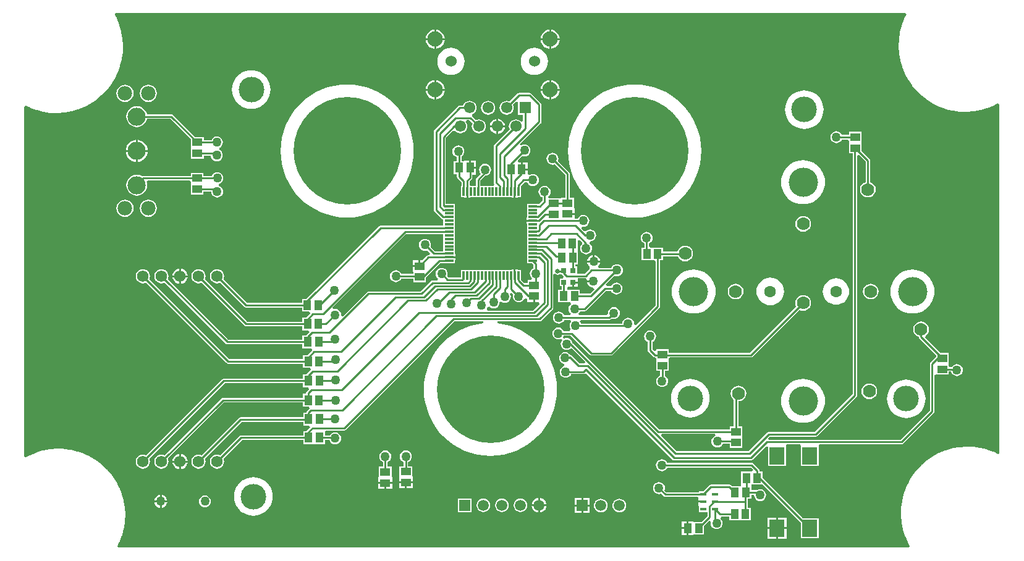
<source format=gtl>
G04*
G04 #@! TF.GenerationSoftware,Altium Limited,Altium Designer,18.1.9 (240)*
G04*
G04 Layer_Physical_Order=1*
G04 Layer_Color=255*
%FSLAX44Y44*%
%MOMM*%
G71*
G01*
G75*
%ADD10C,0.2540*%
%ADD17R,0.8500X0.4500*%
%ADD18R,1.4000X1.1000*%
%ADD19R,1.1000X1.4000*%
%ADD20R,0.3048X1.1938*%
%ADD21R,1.1938X0.3048*%
%ADD22R,0.8000X0.7000*%
%ADD23R,2.1000X2.4000*%
%ADD33C,1.9812*%
%ADD36C,1.7780*%
%ADD45C,1.5000*%
%ADD46R,1.5000X1.5000*%
%ADD47C,4.0000*%
%ADD48C,1.6000*%
%ADD49C,2.4892*%
%ADD50C,1.5748*%
%ADD51C,2.1000*%
%ADD52C,1.5240*%
%ADD53C,1.5500*%
%ADD54R,1.5500X1.5500*%
%ADD55C,14.7320*%
%ADD56C,3.5052*%
%ADD57C,1.2700*%
%ADD58C,0.6350*%
G36*
X1215945Y738200D02*
X1213178Y732648D01*
X1213046Y732263D01*
X1212855Y731904D01*
X1209778Y723650D01*
X1209687Y723254D01*
X1209536Y722877D01*
X1207345Y714345D01*
X1207297Y713941D01*
X1207185Y713550D01*
X1205906Y704835D01*
X1205900Y704429D01*
X1205831Y704028D01*
X1205476Y695227D01*
X1205513Y694821D01*
X1205486Y694416D01*
X1206060Y685626D01*
X1206140Y685227D01*
X1206156Y684821D01*
X1207653Y676141D01*
X1207773Y675752D01*
X1207832Y675350D01*
X1210235Y666876D01*
X1210396Y666502D01*
X1210497Y666108D01*
X1213779Y657934D01*
X1213978Y657580D01*
X1214120Y657199D01*
X1218245Y649415D01*
X1218480Y649084D01*
X1218662Y648720D01*
X1223583Y641414D01*
X1223852Y641110D01*
X1224071Y640767D01*
X1229734Y634020D01*
X1230034Y633746D01*
X1230287Y633428D01*
X1236630Y627315D01*
X1236957Y627074D01*
X1237243Y626784D01*
X1244193Y621374D01*
X1244544Y621168D01*
X1244859Y620910D01*
X1252341Y616262D01*
X1252711Y616094D01*
X1253051Y615871D01*
X1260981Y612036D01*
X1261367Y611908D01*
X1261729Y611722D01*
X1270018Y608744D01*
X1270416Y608658D01*
X1270795Y608511D01*
X1279352Y606422D01*
X1279756Y606378D01*
X1280149Y606272D01*
X1288879Y605096D01*
X1289285Y605095D01*
X1289687Y605031D01*
X1298492Y604781D01*
X1298896Y604823D01*
X1299302Y604801D01*
X1308085Y605480D01*
X1308482Y605564D01*
X1308888Y605585D01*
X1317550Y607186D01*
X1317937Y607311D01*
X1318339Y607375D01*
X1326784Y609878D01*
X1327155Y610044D01*
X1327548Y610149D01*
X1335683Y613529D01*
X1336034Y613732D01*
X1336414Y613879D01*
X1341413Y616605D01*
X1343597Y615308D01*
X1343682Y137364D01*
X1341528Y136018D01*
X1335820Y138804D01*
X1335434Y138933D01*
X1335073Y139121D01*
X1326793Y142129D01*
X1326396Y142217D01*
X1326017Y142365D01*
X1317466Y144485D01*
X1317062Y144530D01*
X1316670Y144638D01*
X1307943Y145845D01*
X1307536Y145848D01*
X1307135Y145914D01*
X1298329Y146195D01*
X1297925Y146155D01*
X1297519Y146178D01*
X1288733Y145530D01*
X1288335Y145447D01*
X1287928Y145428D01*
X1279259Y143858D01*
X1278872Y143734D01*
X1278470Y143672D01*
X1270015Y141197D01*
X1269643Y141033D01*
X1269250Y140929D01*
X1261102Y137577D01*
X1260749Y137375D01*
X1260370Y137230D01*
X1252620Y133039D01*
X1252291Y132801D01*
X1251928Y132616D01*
X1244664Y127632D01*
X1244361Y127361D01*
X1244020Y127139D01*
X1237321Y121418D01*
X1237049Y121116D01*
X1236733Y120859D01*
X1230673Y114464D01*
X1230435Y114135D01*
X1230147Y113847D01*
X1224795Y106849D01*
X1224593Y106496D01*
X1224337Y106180D01*
X1219752Y98657D01*
X1219588Y98285D01*
X1219367Y97943D01*
X1215600Y89979D01*
X1215476Y89592D01*
X1215293Y89229D01*
X1212385Y80913D01*
X1212302Y80515D01*
X1212158Y80135D01*
X1210143Y71558D01*
X1210103Y71154D01*
X1209999Y70760D01*
X1208899Y62019D01*
X1208901Y61612D01*
X1208840Y61210D01*
X1208667Y52402D01*
X1208712Y51998D01*
X1208693Y51592D01*
X1209448Y42814D01*
X1209536Y42417D01*
X1209560Y42011D01*
X1211236Y33362D01*
X1211365Y32976D01*
X1211432Y32575D01*
X1214009Y24151D01*
X1214178Y23781D01*
X1214287Y23389D01*
X1217737Y15282D01*
X1217944Y14932D01*
X1218094Y14554D01*
X1220699Y9875D01*
X1219411Y7685D01*
X136659Y7646D01*
X135323Y9807D01*
X138089Y15354D01*
X138222Y15738D01*
X138413Y16097D01*
X141493Y24351D01*
X141584Y24748D01*
X141735Y25125D01*
X143929Y33657D01*
X143978Y34060D01*
X144089Y34452D01*
X145372Y43168D01*
X145378Y43574D01*
X145447Y43975D01*
X145804Y52777D01*
X145768Y53182D01*
X145794Y53588D01*
X145223Y62379D01*
X145143Y62778D01*
X145127Y63184D01*
X143632Y71866D01*
X143512Y72255D01*
X143453Y72657D01*
X141052Y81133D01*
X140891Y81507D01*
X140790Y81900D01*
X137510Y90077D01*
X137310Y90431D01*
X137169Y90812D01*
X133045Y98597D01*
X132810Y98929D01*
X132629Y99293D01*
X127708Y106600D01*
X127439Y106905D01*
X127220Y107248D01*
X121558Y113997D01*
X121258Y114271D01*
X121005Y114589D01*
X114662Y120704D01*
X114335Y120946D01*
X114050Y121235D01*
X107099Y126648D01*
X106748Y126853D01*
X106434Y127111D01*
X98951Y131762D01*
X98581Y131929D01*
X98241Y132153D01*
X90311Y135989D01*
X89924Y136117D01*
X89563Y136303D01*
X81273Y139282D01*
X80875Y139369D01*
X80496Y139516D01*
X71938Y141606D01*
X71534Y141650D01*
X71141Y141756D01*
X62410Y142933D01*
X62004Y142934D01*
X61602Y142999D01*
X52796Y143249D01*
X52392Y143207D01*
X51986Y143229D01*
X43202Y142551D01*
X42804Y142467D01*
X42398Y142446D01*
X33735Y140846D01*
X33348Y140720D01*
X32947Y140657D01*
X24500Y138153D01*
X24129Y137988D01*
X23736Y137882D01*
X15600Y134503D01*
X15248Y134299D01*
X14869Y134153D01*
X9870Y131426D01*
X7686Y132723D01*
X7686Y612019D01*
X9841Y613363D01*
X15393Y610643D01*
X15776Y610514D01*
X16133Y610327D01*
X24347Y607322D01*
X24741Y607234D01*
X25116Y607085D01*
X33599Y604955D01*
X34000Y604908D01*
X34389Y604800D01*
X43048Y603568D01*
X43451Y603564D01*
X43849Y603497D01*
X52590Y603178D01*
X52992Y603216D01*
X53394Y603190D01*
X62120Y603787D01*
X62516Y603867D01*
X62919Y603884D01*
X71535Y605390D01*
X71920Y605510D01*
X72319Y605570D01*
X80730Y607968D01*
X81101Y608129D01*
X81492Y608229D01*
X89606Y611494D01*
X89957Y611692D01*
X90336Y611833D01*
X98063Y615929D01*
X98392Y616163D01*
X98754Y616342D01*
X106011Y621223D01*
X106314Y621491D01*
X106655Y621707D01*
X113362Y627320D01*
X113635Y627618D01*
X113951Y627868D01*
X120035Y634152D01*
X120275Y634477D01*
X120563Y634759D01*
X125956Y641645D01*
X126161Y641993D01*
X126418Y642304D01*
X131062Y649716D01*
X131229Y650083D01*
X131453Y650419D01*
X135295Y658276D01*
X135424Y658659D01*
X135611Y659017D01*
X138610Y667232D01*
X138698Y667626D01*
X138847Y668002D01*
X140971Y676486D01*
X141017Y676887D01*
X141125Y677276D01*
X142351Y685936D01*
X142355Y686339D01*
X142422Y686737D01*
X142735Y695478D01*
X142696Y695880D01*
X142721Y696283D01*
X142119Y705008D01*
X142039Y705404D01*
X142021Y705807D01*
X140510Y714422D01*
X140388Y714807D01*
X140329Y715206D01*
X137925Y723615D01*
X137764Y723985D01*
X137663Y724376D01*
X134393Y732488D01*
X134194Y732839D01*
X134053Y733218D01*
X131425Y738168D01*
X132734Y740344D01*
X1214608Y740359D01*
X1215945Y738200D01*
D02*
G37*
%LPC*%
G36*
X729234Y717327D02*
Y705612D01*
X740949D01*
X740668Y707746D01*
X739354Y710918D01*
X737264Y713642D01*
X734540Y715732D01*
X731368Y717046D01*
X729234Y717327D01*
D02*
G37*
G36*
X571754D02*
Y705612D01*
X583469D01*
X583188Y707746D01*
X581874Y710918D01*
X579784Y713642D01*
X577060Y715732D01*
X573888Y717046D01*
X571754Y717327D01*
D02*
G37*
G36*
X726694D02*
X724560Y717046D01*
X721388Y715732D01*
X718664Y713642D01*
X716574Y710918D01*
X715260Y707746D01*
X714979Y705612D01*
X726694D01*
Y717327D01*
D02*
G37*
G36*
X569214D02*
X567080Y717046D01*
X563908Y715732D01*
X561184Y713642D01*
X559094Y710918D01*
X557780Y707746D01*
X557499Y705612D01*
X569214D01*
Y717327D01*
D02*
G37*
G36*
X740949Y703072D02*
X729234D01*
Y691357D01*
X731368Y691638D01*
X734540Y692952D01*
X737264Y695042D01*
X739354Y697766D01*
X740668Y700938D01*
X740949Y703072D01*
D02*
G37*
G36*
X583469D02*
X571754D01*
Y691357D01*
X573888Y691638D01*
X577060Y692952D01*
X579784Y695042D01*
X581874Y697766D01*
X583188Y700938D01*
X583469Y703072D01*
D02*
G37*
G36*
X726694D02*
X714979D01*
X715260Y700938D01*
X716574Y697766D01*
X718664Y695042D01*
X721388Y692952D01*
X724560Y691638D01*
X726694Y691357D01*
Y703072D01*
D02*
G37*
G36*
X569214D02*
X557499D01*
X557780Y700938D01*
X559094Y697766D01*
X561184Y695042D01*
X563908Y692952D01*
X567080Y691638D01*
X569214Y691357D01*
Y703072D01*
D02*
G37*
G36*
X706374Y692480D02*
X702742Y692122D01*
X699249Y691062D01*
X696031Y689342D01*
X693209Y687027D01*
X690894Y684205D01*
X689174Y680987D01*
X688114Y677494D01*
X687756Y673862D01*
X688114Y670230D01*
X689174Y666737D01*
X690894Y663519D01*
X693209Y660697D01*
X696031Y658382D01*
X699249Y656662D01*
X702742Y655602D01*
X706374Y655244D01*
X710006Y655602D01*
X713499Y656662D01*
X716717Y658382D01*
X719539Y660697D01*
X721854Y663519D01*
X723574Y666737D01*
X724634Y670230D01*
X724992Y673862D01*
X724634Y677494D01*
X723574Y680987D01*
X721854Y684205D01*
X719539Y687027D01*
X716717Y689342D01*
X713499Y691062D01*
X710006Y692122D01*
X706374Y692480D01*
D02*
G37*
G36*
X592074D02*
X588442Y692122D01*
X584949Y691062D01*
X581731Y689342D01*
X578909Y687027D01*
X576594Y684205D01*
X574874Y680987D01*
X573814Y677494D01*
X573456Y673862D01*
X573814Y670230D01*
X574874Y666737D01*
X576594Y663519D01*
X578909Y660697D01*
X581731Y658382D01*
X584949Y656662D01*
X588442Y655602D01*
X592074Y655244D01*
X595706Y655602D01*
X599199Y656662D01*
X602417Y658382D01*
X605239Y660697D01*
X607554Y663519D01*
X609274Y666737D01*
X610334Y670230D01*
X610692Y673862D01*
X610334Y677494D01*
X609274Y680987D01*
X607554Y684205D01*
X605239Y687027D01*
X602417Y689342D01*
X599199Y691062D01*
X595706Y692122D01*
X592074Y692480D01*
D02*
G37*
G36*
X729234Y647985D02*
Y636270D01*
X740949D01*
X740668Y638404D01*
X739354Y641576D01*
X737264Y644300D01*
X734540Y646390D01*
X731368Y647704D01*
X729234Y647985D01*
D02*
G37*
G36*
X571754D02*
Y636270D01*
X583469D01*
X583188Y638404D01*
X581874Y641576D01*
X579784Y644300D01*
X577060Y646390D01*
X573888Y647704D01*
X571754Y647985D01*
D02*
G37*
G36*
X726694D02*
X724560Y647704D01*
X721388Y646390D01*
X718664Y644300D01*
X716574Y641576D01*
X715260Y638404D01*
X714979Y636270D01*
X726694D01*
Y647985D01*
D02*
G37*
G36*
X569214D02*
X567080Y647704D01*
X563908Y646390D01*
X561184Y644300D01*
X559094Y641576D01*
X557780Y638404D01*
X557499Y636270D01*
X569214D01*
Y647985D01*
D02*
G37*
G36*
X740949Y633730D02*
X729234D01*
Y622015D01*
X731368Y622296D01*
X734540Y623610D01*
X737264Y625700D01*
X739354Y628424D01*
X740668Y631596D01*
X740949Y633730D01*
D02*
G37*
G36*
X583469D02*
X571754D01*
Y622015D01*
X573888Y622296D01*
X577060Y623610D01*
X579784Y625700D01*
X581874Y628424D01*
X583188Y631596D01*
X583469Y633730D01*
D02*
G37*
G36*
X726694D02*
X714979D01*
X715260Y631596D01*
X716574Y628424D01*
X718664Y625700D01*
X721388Y623610D01*
X724560Y622296D01*
X726694Y622015D01*
Y633730D01*
D02*
G37*
G36*
X569214D02*
X557499D01*
X557780Y631596D01*
X559094Y628424D01*
X561184Y625700D01*
X563908Y623610D01*
X567080Y622296D01*
X569214Y622015D01*
Y633730D01*
D02*
G37*
G36*
X699770Y630742D02*
X685546D01*
X684357Y630505D01*
X683348Y629832D01*
X672459Y618942D01*
X670761Y619645D01*
X668274Y619972D01*
X665787Y619645D01*
X663469Y618685D01*
X661479Y617157D01*
X659951Y615167D01*
X658991Y612849D01*
X658664Y610362D01*
X658991Y607875D01*
X659951Y605557D01*
X661479Y603567D01*
X663469Y602039D01*
X665787Y601079D01*
X668274Y600752D01*
X670761Y601079D01*
X673079Y602039D01*
X675069Y603567D01*
X676597Y605557D01*
X677557Y607875D01*
X677884Y610362D01*
X677557Y612849D01*
X676854Y614547D01*
X681606Y619299D01*
X684146Y618247D01*
X684146Y618214D01*
X684146Y618214D01*
X684146Y618031D01*
Y600834D01*
X690566D01*
Y592285D01*
X688026Y591423D01*
X687769Y591757D01*
X685779Y593285D01*
X683461Y594245D01*
X680974Y594572D01*
X678487Y594245D01*
X676169Y593285D01*
X674179Y591757D01*
X672651Y589767D01*
X671691Y587449D01*
X671364Y584962D01*
X671691Y582475D01*
X672394Y580777D01*
X651852Y560235D01*
X651179Y559227D01*
X650942Y558038D01*
Y507841D01*
X651179Y506652D01*
X651657Y505937D01*
X651112Y503855D01*
X650922Y503397D01*
X632546D01*
Y510803D01*
X639110Y517367D01*
X640932Y517607D01*
X642909Y518426D01*
X644607Y519729D01*
X645910Y521427D01*
X646729Y523404D01*
X647008Y525526D01*
X646729Y527648D01*
X645910Y529625D01*
X644607Y531323D01*
X642909Y532626D01*
X640932Y533445D01*
X638810Y533724D01*
X636688Y533445D01*
X634711Y532626D01*
X633013Y531323D01*
X631710Y529625D01*
X630891Y527648D01*
X630612Y525526D01*
X630891Y523404D01*
X631710Y521427D01*
X632869Y519916D01*
X627240Y514287D01*
X626567Y513279D01*
X626330Y512090D01*
Y503397D01*
X618502D01*
Y504159D01*
X617546D01*
Y509265D01*
X620568Y512286D01*
X621241Y513295D01*
X621478Y514484D01*
Y518780D01*
X626410D01*
Y527050D01*
X618370D01*
Y528320D01*
X617100D01*
Y537860D01*
X610330D01*
Y537098D01*
X606478D01*
Y543683D01*
X608031Y544875D01*
X609334Y546573D01*
X610153Y548550D01*
X610432Y550672D01*
X610153Y552794D01*
X609334Y554771D01*
X608031Y556469D01*
X606333Y557772D01*
X604356Y558591D01*
X602234Y558870D01*
X600112Y558591D01*
X598135Y557772D01*
X596437Y556469D01*
X595134Y554771D01*
X594315Y552794D01*
X594036Y550672D01*
X594315Y548550D01*
X595134Y546573D01*
X596437Y544875D01*
X598135Y543572D01*
X600112Y542753D01*
X600262Y542733D01*
Y537098D01*
X596092D01*
Y519542D01*
X600262D01*
Y515846D01*
X600499Y514657D01*
X601172Y513648D01*
X606330Y508491D01*
Y503397D01*
X606136D01*
Y487903D01*
X610374D01*
Y487141D01*
X613168D01*
Y495650D01*
X615708D01*
Y487141D01*
X618502D01*
Y487903D01*
X675374D01*
Y487141D01*
X678168D01*
Y495650D01*
X680708D01*
Y487141D01*
X683502D01*
Y487903D01*
X687740D01*
Y503379D01*
X692809Y508448D01*
X696832D01*
X697242Y507457D01*
X698545Y505759D01*
X700243Y504456D01*
X702220Y503637D01*
X704342Y503358D01*
X706464Y503637D01*
X708441Y504456D01*
X710139Y505759D01*
X711442Y507457D01*
X712261Y509434D01*
X712540Y511556D01*
X712261Y513678D01*
X711442Y515655D01*
X710139Y517353D01*
X708441Y518656D01*
X706464Y519475D01*
X704342Y519754D01*
X702220Y519475D01*
X700243Y518656D01*
X699816Y518328D01*
X697276Y519581D01*
Y524764D01*
X689236D01*
Y526034D01*
X687966D01*
Y535574D01*
X684531D01*
X683479Y538114D01*
X689799Y544434D01*
X690790Y544023D01*
X692912Y543744D01*
X695034Y544023D01*
X697011Y544842D01*
X698709Y546145D01*
X700012Y547843D01*
X700831Y549820D01*
X701110Y551942D01*
X700831Y554064D01*
X700012Y556041D01*
X698709Y557739D01*
X697011Y559042D01*
X695034Y559861D01*
X692912Y560140D01*
X690790Y559861D01*
X688813Y559042D01*
X688305Y558652D01*
X686627Y560566D01*
X714921Y588861D01*
X715595Y589869D01*
X715832Y591058D01*
Y614680D01*
X715595Y615869D01*
X714921Y616878D01*
X701967Y629832D01*
X700959Y630505D01*
X699770Y630742D01*
D02*
G37*
G36*
X177444Y641969D02*
X174394Y641567D01*
X171551Y640390D01*
X169111Y638517D01*
X167238Y636076D01*
X166061Y633234D01*
X165659Y630184D01*
X166061Y627134D01*
X167238Y624292D01*
X169111Y621851D01*
X171551Y619978D01*
X174394Y618801D01*
X177444Y618399D01*
X180494Y618801D01*
X183336Y619978D01*
X185777Y621851D01*
X187650Y624292D01*
X188827Y627134D01*
X189229Y630184D01*
X188827Y633234D01*
X187650Y636076D01*
X185777Y638517D01*
X183336Y640390D01*
X180494Y641567D01*
X177444Y641969D01*
D02*
G37*
G36*
X145644Y641969D02*
X142594Y641567D01*
X139752Y640390D01*
X137311Y638517D01*
X135438Y636076D01*
X134261Y633234D01*
X133859Y630184D01*
X134261Y627134D01*
X135438Y624291D01*
X137311Y621851D01*
X139752Y619978D01*
X142594Y618801D01*
X145644Y618399D01*
X148694Y618801D01*
X151536Y619978D01*
X153977Y621851D01*
X155850Y624291D01*
X157027Y627134D01*
X157429Y630184D01*
X157027Y633234D01*
X155850Y636076D01*
X153977Y638517D01*
X151536Y640390D01*
X148694Y641567D01*
X145644Y641969D01*
D02*
G37*
G36*
X318516Y661732D02*
X314374Y661406D01*
X310334Y660436D01*
X306495Y658846D01*
X302952Y656675D01*
X299793Y653977D01*
X297095Y650817D01*
X294924Y647275D01*
X293334Y643436D01*
X292364Y639396D01*
X292038Y635254D01*
X292364Y631112D01*
X293334Y627072D01*
X294924Y623233D01*
X297095Y619691D01*
X299793Y616531D01*
X302952Y613833D01*
X306495Y611662D01*
X310334Y610072D01*
X314374Y609102D01*
X318516Y608776D01*
X322658Y609102D01*
X326698Y610072D01*
X330537Y611662D01*
X334080Y613833D01*
X337239Y616531D01*
X339937Y619691D01*
X342108Y623233D01*
X343698Y627072D01*
X344668Y631112D01*
X344994Y635254D01*
X344668Y639396D01*
X343698Y643436D01*
X342108Y647275D01*
X339937Y650817D01*
X337239Y653977D01*
X334080Y656675D01*
X330537Y658846D01*
X326698Y660436D01*
X322658Y661406D01*
X318516Y661732D01*
D02*
G37*
G36*
X642874Y619972D02*
X640387Y619645D01*
X638069Y618685D01*
X636079Y617157D01*
X634551Y615167D01*
X633591Y612849D01*
X633264Y610362D01*
X633591Y607875D01*
X634551Y605557D01*
X636079Y603567D01*
X638069Y602039D01*
X640387Y601079D01*
X642874Y600752D01*
X645361Y601079D01*
X647679Y602039D01*
X649669Y603567D01*
X651197Y605557D01*
X652157Y607875D01*
X652484Y610362D01*
X652157Y612849D01*
X651197Y615167D01*
X649669Y617157D01*
X647679Y618685D01*
X645361Y619645D01*
X642874Y619972D01*
D02*
G37*
G36*
X656844Y595174D02*
Y586232D01*
X665786D01*
X665599Y587648D01*
X664562Y590151D01*
X662913Y592301D01*
X660763Y593950D01*
X658260Y594987D01*
X656844Y595174D01*
D02*
G37*
G36*
X654304D02*
X652888Y594987D01*
X650385Y593950D01*
X648235Y592301D01*
X646586Y590151D01*
X645549Y587648D01*
X645362Y586232D01*
X654304D01*
Y595174D01*
D02*
G37*
G36*
X1076198Y634300D02*
X1072056Y633974D01*
X1068016Y633004D01*
X1064177Y631414D01*
X1060635Y629243D01*
X1057475Y626545D01*
X1054777Y623386D01*
X1052606Y619843D01*
X1051016Y616004D01*
X1050046Y611964D01*
X1049720Y607822D01*
X1050046Y603680D01*
X1051016Y599640D01*
X1052606Y595801D01*
X1054777Y592258D01*
X1057475Y589099D01*
X1060635Y586401D01*
X1064177Y584230D01*
X1068016Y582640D01*
X1072056Y581670D01*
X1076198Y581344D01*
X1080340Y581670D01*
X1084380Y582640D01*
X1088219Y584230D01*
X1091761Y586401D01*
X1094921Y589099D01*
X1097619Y592258D01*
X1099790Y595801D01*
X1101380Y599640D01*
X1102350Y603680D01*
X1102676Y607822D01*
X1102350Y611964D01*
X1101380Y616004D01*
X1099790Y619843D01*
X1097619Y623386D01*
X1094921Y626545D01*
X1091761Y629243D01*
X1088219Y631414D01*
X1084380Y633004D01*
X1080340Y633974D01*
X1076198Y634300D01*
D02*
G37*
G36*
X617474Y619972D02*
X614987Y619645D01*
X612669Y618685D01*
X610679Y617157D01*
X609151Y615167D01*
X608448Y613470D01*
X604012D01*
X602823Y613233D01*
X601814Y612560D01*
X569557Y580302D01*
X568883Y579293D01*
X568646Y578104D01*
Y470408D01*
X568883Y469219D01*
X569557Y468210D01*
X579314Y458452D01*
X580323Y457779D01*
X581512Y457542D01*
X581691D01*
Y448758D01*
X495434D01*
X494245Y448521D01*
X493237Y447848D01*
X394019Y348630D01*
X388066D01*
Y342960D01*
X312691D01*
X280455Y375196D01*
X281184Y376956D01*
X281515Y379476D01*
X281184Y381996D01*
X280211Y384344D01*
X278664Y386360D01*
X276648Y387907D01*
X274300Y388880D01*
X271780Y389211D01*
X269260Y388880D01*
X266912Y387907D01*
X264896Y386360D01*
X263349Y384344D01*
X262376Y381996D01*
X262045Y379476D01*
X262376Y376956D01*
X263349Y374608D01*
X264896Y372592D01*
X266912Y371045D01*
X269260Y370072D01*
X271780Y369741D01*
X274300Y370072D01*
X276060Y370801D01*
X309207Y337654D01*
X310215Y336981D01*
X311404Y336744D01*
X388066D01*
Y331074D01*
X398017D01*
X399069Y328534D01*
X393511Y322976D01*
X388320D01*
Y317306D01*
X312945D01*
X255055Y375196D01*
X255784Y376956D01*
X256115Y379476D01*
X255784Y381996D01*
X254811Y384344D01*
X253264Y386360D01*
X251248Y387907D01*
X248900Y388880D01*
X246380Y389211D01*
X243860Y388880D01*
X241512Y387907D01*
X239496Y386360D01*
X237949Y384344D01*
X236976Y381996D01*
X236645Y379476D01*
X236976Y376956D01*
X237949Y374608D01*
X239496Y372592D01*
X241512Y371045D01*
X243860Y370072D01*
X246380Y369741D01*
X248900Y370072D01*
X250660Y370801D01*
X309461Y312001D01*
X310469Y311327D01*
X311658Y311090D01*
X388320D01*
Y305420D01*
X397001D01*
X398053Y302880D01*
X393655Y298482D01*
X393559Y298338D01*
X388574D01*
Y292668D01*
X286783D01*
X204255Y375196D01*
X204984Y376956D01*
X205315Y379476D01*
X204984Y381996D01*
X204011Y384344D01*
X202464Y386360D01*
X200448Y387907D01*
X198100Y388880D01*
X195580Y389211D01*
X193060Y388880D01*
X190712Y387907D01*
X188696Y386360D01*
X187149Y384344D01*
X186176Y381996D01*
X185845Y379476D01*
X186176Y376956D01*
X187149Y374608D01*
X188696Y372592D01*
X190712Y371045D01*
X193060Y370072D01*
X195580Y369741D01*
X198100Y370072D01*
X199860Y370801D01*
X283298Y287362D01*
X284307Y286689D01*
X285496Y286452D01*
X388574D01*
Y280782D01*
X401194D01*
X401902Y279497D01*
X402117Y278242D01*
X395543Y271668D01*
X389082D01*
Y265998D01*
X288053D01*
X178855Y375196D01*
X179584Y376956D01*
X179915Y379476D01*
X179584Y381996D01*
X178611Y384344D01*
X177064Y386360D01*
X175048Y387907D01*
X172700Y388880D01*
X170180Y389211D01*
X167660Y388880D01*
X165312Y387907D01*
X163296Y386360D01*
X161749Y384344D01*
X160776Y381996D01*
X160445Y379476D01*
X160776Y376956D01*
X161749Y374608D01*
X163296Y372592D01*
X165312Y371045D01*
X167660Y370072D01*
X170180Y369741D01*
X172700Y370072D01*
X174460Y370801D01*
X284569Y260693D01*
X285577Y260019D01*
X286766Y259782D01*
X389082D01*
Y254112D01*
X399288D01*
X400078Y251802D01*
X400085Y251572D01*
X394417Y245903D01*
X393811Y244998D01*
X389336D01*
Y239328D01*
X280924D01*
X279735Y239091D01*
X278727Y238417D01*
X174460Y134151D01*
X172700Y134880D01*
X170180Y135211D01*
X167660Y134880D01*
X165312Y133907D01*
X163296Y132360D01*
X161749Y130344D01*
X160776Y127996D01*
X160445Y125476D01*
X160776Y122956D01*
X161749Y120608D01*
X163296Y118592D01*
X165312Y117045D01*
X167660Y116072D01*
X170180Y115741D01*
X172700Y116072D01*
X175048Y117045D01*
X177064Y118592D01*
X178611Y120608D01*
X179584Y122956D01*
X179915Y125476D01*
X179584Y127996D01*
X178855Y129756D01*
X282211Y233112D01*
X389336D01*
Y227442D01*
X396493D01*
X397545Y224902D01*
X394162Y221520D01*
X393489Y220511D01*
X393252Y219322D01*
Y218582D01*
X389082D01*
Y212912D01*
X279908D01*
X278719Y212675D01*
X277710Y212001D01*
X199860Y134151D01*
X198100Y134880D01*
X195580Y135211D01*
X193060Y134880D01*
X190712Y133907D01*
X188696Y132360D01*
X187149Y130344D01*
X186176Y127996D01*
X185845Y125476D01*
X186176Y122956D01*
X187149Y120608D01*
X188696Y118592D01*
X190712Y117045D01*
X193060Y116072D01*
X195580Y115741D01*
X198100Y116072D01*
X200448Y117045D01*
X202464Y118592D01*
X204011Y120608D01*
X204984Y122956D01*
X205315Y125476D01*
X204984Y127996D01*
X204255Y129756D01*
X281195Y206696D01*
X389082D01*
Y201026D01*
X397636D01*
X398406Y198486D01*
X398106Y198286D01*
X394925Y195103D01*
X394251Y194095D01*
X394014Y192906D01*
Y192674D01*
X389844D01*
Y186242D01*
X304038D01*
X302849Y186005D01*
X301840Y185331D01*
X250660Y134151D01*
X248900Y134880D01*
X246380Y135211D01*
X243860Y134880D01*
X241512Y133907D01*
X239496Y132360D01*
X237949Y130344D01*
X236976Y127996D01*
X236645Y125476D01*
X236976Y122956D01*
X237949Y120608D01*
X239496Y118592D01*
X241512Y117045D01*
X243860Y116072D01*
X246380Y115741D01*
X248900Y116072D01*
X251248Y117045D01*
X253264Y118592D01*
X254811Y120608D01*
X255784Y122956D01*
X256115Y125476D01*
X255784Y127996D01*
X255055Y129756D01*
X305325Y180026D01*
X389844D01*
Y175118D01*
X398017D01*
X399069Y172578D01*
X394925Y168433D01*
X394251Y167425D01*
X394170Y167020D01*
X389844D01*
Y161350D01*
X304546D01*
X303357Y161113D01*
X302348Y160439D01*
X276060Y134151D01*
X274300Y134880D01*
X271780Y135211D01*
X269260Y134880D01*
X266912Y133907D01*
X264896Y132360D01*
X263349Y130344D01*
X262376Y127996D01*
X262045Y125476D01*
X262376Y122956D01*
X263349Y120608D01*
X264896Y118592D01*
X266912Y117045D01*
X269260Y116072D01*
X271780Y115741D01*
X274300Y116072D01*
X276648Y117045D01*
X278664Y118592D01*
X280211Y120608D01*
X281184Y122956D01*
X281515Y125476D01*
X281184Y127996D01*
X280455Y129756D01*
X305833Y155134D01*
X389844D01*
Y149464D01*
X402304D01*
X404400Y149464D01*
X406940Y149464D01*
X419400D01*
Y155134D01*
X425498D01*
X426224Y153381D01*
X427527Y151683D01*
X429225Y150380D01*
X431202Y149561D01*
X433324Y149282D01*
X435446Y149561D01*
X437423Y150380D01*
X439121Y151683D01*
X440424Y153381D01*
X441243Y155358D01*
X441522Y157480D01*
X441243Y159602D01*
X440424Y161579D01*
X439121Y163277D01*
X437423Y164580D01*
X435446Y165399D01*
X433324Y165678D01*
X431202Y165399D01*
X429225Y164580D01*
X427527Y163277D01*
X426224Y161579D01*
X426129Y161350D01*
X419400D01*
X419400Y167020D01*
X421392Y168342D01*
X446278D01*
X447467Y168579D01*
X448475Y169252D01*
X596917Y317694D01*
X636206D01*
X636394Y315154D01*
X628387Y313967D01*
X619707Y311792D01*
X611282Y308778D01*
X603193Y304952D01*
X595518Y300352D01*
X588330Y295021D01*
X581700Y289012D01*
X575691Y282382D01*
X570360Y275194D01*
X565760Y267519D01*
X561934Y259430D01*
X558920Y251005D01*
X556745Y242325D01*
X555432Y233473D01*
X554993Y224536D01*
X555432Y215599D01*
X556745Y206747D01*
X558920Y198067D01*
X561934Y189642D01*
X565760Y181553D01*
X570360Y173878D01*
X575691Y166690D01*
X581700Y160060D01*
X588330Y154051D01*
X595518Y148720D01*
X603193Y144120D01*
X611282Y140294D01*
X619707Y137280D01*
X628387Y135105D01*
X637239Y133792D01*
X646176Y133353D01*
X655114Y133792D01*
X663965Y135105D01*
X672645Y137280D01*
X681070Y140294D01*
X689159Y144120D01*
X696834Y148720D01*
X704022Y154051D01*
X710652Y160060D01*
X716661Y166690D01*
X721992Y173878D01*
X726592Y181553D01*
X730418Y189642D01*
X733432Y198067D01*
X735607Y206747D01*
X736920Y215599D01*
X737359Y224536D01*
X736920Y233473D01*
X735607Y242325D01*
X733432Y251005D01*
X730418Y259430D01*
X726592Y267519D01*
X721992Y275194D01*
X716661Y282382D01*
X710652Y289012D01*
X704022Y295021D01*
X696834Y300352D01*
X689159Y304952D01*
X681070Y308778D01*
X672645Y311792D01*
X663965Y313967D01*
X655958Y315154D01*
X656146Y317694D01*
X713740D01*
X714929Y317931D01*
X715938Y318605D01*
X731432Y334099D01*
X732105Y335107D01*
X732342Y336296D01*
Y382135D01*
X734424Y382880D01*
X734882Y382967D01*
X736445Y381922D01*
X738378Y381538D01*
X740311Y381922D01*
X740982Y382326D01*
X740982Y382326D01*
X743905D01*
X744563Y381343D01*
X746769Y379136D01*
X746769Y379120D01*
X745768Y376544D01*
X745571Y376505D01*
X745386Y376382D01*
X740982D01*
Y365826D01*
X743652D01*
Y361330D01*
X739094D01*
Y343774D01*
X751554D01*
X753650Y343774D01*
X755588D01*
X756450Y341234D01*
X755583Y340569D01*
X754280Y338871D01*
X753461Y336894D01*
X753182Y334772D01*
X753461Y332650D01*
X754280Y330673D01*
X755583Y328975D01*
X756226Y328482D01*
X755364Y325942D01*
X747412D01*
X747002Y326933D01*
X745699Y328631D01*
X744001Y329934D01*
X742024Y330753D01*
X739902Y331032D01*
X737780Y330753D01*
X735803Y329934D01*
X734105Y328631D01*
X732802Y326933D01*
X731983Y324956D01*
X731704Y322834D01*
X731983Y320712D01*
X732802Y318735D01*
X734105Y317037D01*
X735803Y315734D01*
X737780Y314915D01*
X739902Y314636D01*
X742024Y314915D01*
X744001Y315734D01*
X745699Y317037D01*
X747002Y318735D01*
X747412Y319726D01*
X755753D01*
X756518Y318292D01*
X756759Y317186D01*
X755662Y315757D01*
X754843Y313780D01*
X754564Y311658D01*
X754843Y309536D01*
X755662Y307559D01*
X756147Y306927D01*
X754895Y304387D01*
X746650D01*
X746240Y305378D01*
X744937Y307076D01*
X743239Y308379D01*
X741262Y309198D01*
X739140Y309477D01*
X737018Y309198D01*
X735041Y308379D01*
X733343Y307076D01*
X732040Y305378D01*
X731221Y303401D01*
X730942Y301279D01*
X731221Y299157D01*
X732040Y297180D01*
X733343Y295482D01*
X735041Y294179D01*
X737018Y293360D01*
X739140Y293081D01*
X741262Y293360D01*
X742678Y293947D01*
X744410Y292032D01*
X743515Y290865D01*
X742696Y288888D01*
X742417Y286766D01*
X742696Y284644D01*
X743515Y282667D01*
X744818Y280969D01*
X746516Y279666D01*
X748493Y278847D01*
X750615Y278568D01*
X752737Y278847D01*
X754714Y279666D01*
X756412Y280969D01*
X757251Y281024D01*
X776027Y262248D01*
X775055Y259902D01*
X768367D01*
X757339Y270930D01*
X756331Y271603D01*
X755422Y271784D01*
X754290Y273259D01*
X752592Y274562D01*
X750615Y275381D01*
X748493Y275660D01*
X746371Y275381D01*
X744394Y274562D01*
X742696Y273259D01*
X741393Y271561D01*
X740574Y269584D01*
X740295Y267462D01*
X740574Y265340D01*
X741393Y263363D01*
X742696Y261665D01*
X744394Y260362D01*
X746371Y259543D01*
X746877Y259477D01*
X746999Y259432D01*
X747563Y256824D01*
X747178Y256585D01*
X746874Y256459D01*
X745201Y255766D01*
X743503Y254463D01*
X742200Y252765D01*
X741381Y250788D01*
X741102Y248666D01*
X741381Y246544D01*
X742200Y244567D01*
X743503Y242869D01*
X745201Y241566D01*
X747178Y240747D01*
X749300Y240468D01*
X751422Y240747D01*
X753399Y241566D01*
X755097Y242869D01*
X756400Y244567D01*
X756810Y245558D01*
X773938D01*
X775127Y245795D01*
X776135Y246469D01*
X776732Y247065D01*
X895439Y128358D01*
X896447Y127685D01*
X897636Y127448D01*
X1003046D01*
X1004235Y127685D01*
X1005244Y128358D01*
X1023892Y147007D01*
X1026432Y145955D01*
Y119512D01*
X1050988D01*
Y146752D01*
X1050988Y147068D01*
X1051750Y149292D01*
X1070670D01*
X1071432Y147068D01*
X1071432Y146752D01*
Y119512D01*
X1095988D01*
Y146752D01*
X1095988Y147068D01*
X1096750Y149292D01*
X1209294D01*
X1210483Y149529D01*
X1211491Y150203D01*
X1253536Y192246D01*
X1254209Y193255D01*
X1254446Y194444D01*
Y244000D01*
X1256650Y244810D01*
X1256986Y244810D01*
X1274206D01*
Y248980D01*
X1277301D01*
X1277321Y248830D01*
X1278140Y246853D01*
X1279443Y245155D01*
X1281141Y243852D01*
X1283118Y243033D01*
X1285240Y242754D01*
X1287362Y243033D01*
X1289339Y243852D01*
X1291037Y245155D01*
X1292340Y246853D01*
X1293159Y248830D01*
X1293438Y250952D01*
X1293159Y253074D01*
X1292340Y255051D01*
X1291037Y256749D01*
X1289339Y258052D01*
X1287362Y258871D01*
X1285240Y259150D01*
X1283118Y258871D01*
X1281141Y258052D01*
X1279443Y256749D01*
X1278440Y255442D01*
X1275860Y255338D01*
X1274206Y256992D01*
X1274206Y259366D01*
X1274206Y261906D01*
Y274366D01*
X1262545D01*
X1241927Y294984D01*
X1242496Y298008D01*
X1243840Y299039D01*
X1245551Y301268D01*
X1246625Y303863D01*
X1246992Y306648D01*
X1246625Y309433D01*
X1245551Y312028D01*
X1243840Y314256D01*
X1241612Y315966D01*
X1239017Y317041D01*
X1236232Y317408D01*
X1233447Y317041D01*
X1230852Y315966D01*
X1228624Y314256D01*
X1226914Y312028D01*
X1225839Y309433D01*
X1225472Y306648D01*
X1225839Y303863D01*
X1226914Y301268D01*
X1228624Y299039D01*
X1230852Y297330D01*
X1233124Y296388D01*
Y296284D01*
X1233361Y295095D01*
X1234035Y294086D01*
X1256650Y271471D01*
Y269213D01*
X1249140Y261704D01*
X1248467Y260695D01*
X1248230Y259506D01*
Y195731D01*
X1208007Y155508D01*
X1027857D01*
X1026902Y157813D01*
X1028465Y159706D01*
X1091850D01*
X1093039Y159943D01*
X1094047Y160616D01*
X1147738Y214307D01*
X1148411Y215315D01*
X1148648Y216504D01*
Y545045D01*
X1151188Y546097D01*
X1160224Y537061D01*
Y508608D01*
X1157952Y507667D01*
X1155723Y505956D01*
X1154014Y503728D01*
X1152939Y501133D01*
X1152572Y498348D01*
X1152939Y495563D01*
X1154014Y492968D01*
X1155723Y490740D01*
X1157952Y489030D01*
X1160547Y487955D01*
X1163332Y487588D01*
X1166117Y487955D01*
X1168712Y489030D01*
X1170940Y490740D01*
X1172651Y492968D01*
X1173725Y495563D01*
X1174092Y498348D01*
X1173725Y501133D01*
X1172651Y503728D01*
X1170940Y505956D01*
X1168712Y507667D01*
X1166440Y508608D01*
Y538348D01*
X1166203Y539537D01*
X1165529Y540546D01*
X1154826Y551249D01*
Y560292D01*
X1154826Y562388D01*
X1154826Y564928D01*
Y577388D01*
X1137270D01*
Y573338D01*
X1127650D01*
X1127240Y574329D01*
X1125937Y576027D01*
X1124239Y577330D01*
X1122262Y578149D01*
X1120140Y578428D01*
X1118018Y578149D01*
X1116041Y577330D01*
X1114343Y576027D01*
X1113040Y574329D01*
X1112221Y572352D01*
X1111942Y570230D01*
X1112221Y568108D01*
X1113040Y566131D01*
X1114343Y564433D01*
X1116041Y563130D01*
X1118018Y562311D01*
X1120140Y562032D01*
X1122262Y562311D01*
X1124239Y563130D01*
X1125937Y564433D01*
X1127240Y566131D01*
X1127650Y567122D01*
X1135474D01*
X1137270Y565326D01*
X1137270Y562832D01*
X1137270Y560292D01*
Y547832D01*
X1142432D01*
Y217791D01*
X1090563Y165922D01*
X1027176D01*
X1025987Y165685D01*
X1024978Y165012D01*
X999981Y140014D01*
X900945D01*
X879909Y161050D01*
X880881Y163396D01*
X953903D01*
X954408Y160856D01*
X952973Y160262D01*
X951275Y158959D01*
X949972Y157261D01*
X949153Y155284D01*
X948874Y153162D01*
X949153Y151040D01*
X949972Y149063D01*
X951275Y147365D01*
X952973Y146062D01*
X954950Y145243D01*
X957072Y144964D01*
X959194Y145243D01*
X961171Y146062D01*
X962869Y147365D01*
X964172Y149063D01*
X964582Y150054D01*
X973948D01*
Y144226D01*
X991504D01*
Y156686D01*
X991504Y158782D01*
X991504Y161322D01*
Y173782D01*
X985834D01*
Y208102D01*
X985932Y208188D01*
X988717Y208555D01*
X991312Y209629D01*
X993540Y211339D01*
X995250Y213568D01*
X996325Y216163D01*
X996692Y218948D01*
X996325Y221733D01*
X995250Y224328D01*
X993540Y226556D01*
X991312Y228267D01*
X988717Y229341D01*
X985932Y229708D01*
X983147Y229341D01*
X980552Y228267D01*
X978324Y226556D01*
X976613Y224328D01*
X975539Y221733D01*
X975172Y218948D01*
X975539Y216163D01*
X976613Y213568D01*
X978324Y211339D01*
X979618Y210346D01*
Y173782D01*
X973948D01*
Y169612D01*
X877453D01*
X758588Y288477D01*
X758534Y288888D01*
X757715Y290865D01*
X756412Y292563D01*
X754714Y293866D01*
X752737Y294685D01*
X750615Y294964D01*
X748493Y294685D01*
X747077Y294098D01*
X745344Y296013D01*
X746240Y297180D01*
X746650Y298171D01*
X756106D01*
X782409Y271868D01*
X783417Y271195D01*
X784606Y270958D01*
X811276D01*
X812465Y271195D01*
X813474Y271868D01*
X877616Y336011D01*
X878289Y337019D01*
X878526Y338208D01*
Y401432D01*
X882696D01*
Y407102D01*
X902954D01*
X903714Y405268D01*
X905424Y403040D01*
X907652Y401329D01*
X910247Y400255D01*
X913032Y399888D01*
X915817Y400255D01*
X918412Y401329D01*
X920640Y403040D01*
X922350Y405268D01*
X923425Y407863D01*
X923792Y410648D01*
X923425Y413433D01*
X922350Y416028D01*
X920640Y418256D01*
X918412Y419967D01*
X915817Y421041D01*
X913032Y421408D01*
X910247Y421041D01*
X907652Y419967D01*
X905424Y418256D01*
X903714Y416028D01*
X902639Y413433D01*
X902623Y413318D01*
X882696D01*
Y418988D01*
X870236D01*
X868140Y418988D01*
X865202Y418988D01*
X863406Y420784D01*
Y424544D01*
X864397Y424954D01*
X866095Y426257D01*
X867398Y427955D01*
X868217Y429932D01*
X868496Y432054D01*
X868217Y434176D01*
X867398Y436153D01*
X866095Y437851D01*
X864397Y439154D01*
X862420Y439973D01*
X860298Y440252D01*
X858176Y439973D01*
X856199Y439154D01*
X854501Y437851D01*
X853198Y436153D01*
X852379Y434176D01*
X852100Y432054D01*
X852379Y429932D01*
X853198Y427955D01*
X854501Y426257D01*
X856199Y424954D01*
X857190Y424544D01*
Y418988D01*
X853140D01*
Y401432D01*
X865600D01*
X867696Y401432D01*
X870514Y401432D01*
X872310Y399636D01*
Y339495D01*
X845414Y312599D01*
X843008Y313785D01*
X843096Y314452D01*
X842817Y316574D01*
X841998Y318551D01*
X840695Y320249D01*
X838997Y321552D01*
X837020Y322371D01*
X834898Y322650D01*
X832776Y322371D01*
X830799Y321552D01*
X829101Y320249D01*
X827798Y318551D01*
X826979Y316574D01*
X826741Y314766D01*
X770272D01*
X769862Y315757D01*
X768765Y317186D01*
X769006Y318292D01*
X769771Y319726D01*
X808990D01*
X810179Y319963D01*
X811188Y320636D01*
X812227Y321676D01*
X813218Y321265D01*
X815340Y320986D01*
X817462Y321265D01*
X819439Y322084D01*
X821137Y323387D01*
X822440Y325085D01*
X823259Y327062D01*
X823538Y329184D01*
X823259Y331306D01*
X822440Y333283D01*
X821137Y334981D01*
X819439Y336284D01*
X817462Y337103D01*
X815340Y337382D01*
X813218Y337103D01*
X811241Y336284D01*
X809543Y334981D01*
X808240Y333283D01*
X807421Y331306D01*
X807142Y329184D01*
X807234Y328482D01*
X805485Y326113D01*
X805136Y325942D01*
X767396D01*
X766534Y328482D01*
X767177Y328975D01*
X768480Y330673D01*
X768890Y331664D01*
X774954D01*
X776143Y331901D01*
X777151Y332575D01*
X804181Y359604D01*
X811386D01*
X811796Y358613D01*
X813099Y356915D01*
X814797Y355612D01*
X816774Y354793D01*
X818896Y354514D01*
X821018Y354793D01*
X822995Y355612D01*
X824693Y356915D01*
X825996Y358613D01*
X826815Y360590D01*
X827094Y362712D01*
X826815Y364834D01*
X825996Y366811D01*
X824693Y368509D01*
X822995Y369812D01*
X821018Y370631D01*
X818896Y370910D01*
X816774Y370631D01*
X814797Y369812D01*
X813099Y368509D01*
X811796Y366811D01*
X811386Y365820D01*
X805353D01*
X804301Y368360D01*
X816291Y380350D01*
X817282Y379939D01*
X819404Y379660D01*
X821526Y379939D01*
X823503Y380758D01*
X825201Y382061D01*
X826504Y383759D01*
X827323Y385736D01*
X827602Y387858D01*
X827323Y389980D01*
X826504Y391957D01*
X825201Y393655D01*
X823503Y394958D01*
X821526Y395777D01*
X819404Y396056D01*
X817282Y395777D01*
X815305Y394958D01*
X813607Y393655D01*
X812304Y391957D01*
X811894Y390966D01*
X794802D01*
X793940Y393506D01*
X793994Y393548D01*
X795419Y395405D01*
X796315Y397567D01*
X796453Y398618D01*
X778855D01*
X778993Y397567D01*
X779889Y395405D01*
X781314Y393548D01*
X782187Y392877D01*
X782376Y390463D01*
X782329Y390190D01*
X782164Y389811D01*
X775488Y383134D01*
X765038D01*
Y392882D01*
X762368D01*
Y396098D01*
X766183D01*
Y413252D01*
X766183Y413654D01*
X766183Y413654D01*
X765856Y415656D01*
X765856D01*
Y428358D01*
X768203Y429330D01*
X771594Y425938D01*
X771443Y423627D01*
X770140Y421929D01*
X769321Y419952D01*
X769042Y417830D01*
X769321Y415708D01*
X770140Y413731D01*
X771443Y412033D01*
X773141Y410730D01*
X775118Y409911D01*
X777240Y409632D01*
X779362Y409911D01*
X781339Y410730D01*
X783037Y412033D01*
X784340Y413731D01*
X785159Y415708D01*
X785438Y417830D01*
X785159Y419952D01*
X784340Y421929D01*
X783037Y423627D01*
X781748Y424616D01*
X781749Y424992D01*
X782828Y427412D01*
X784950Y427691D01*
X786927Y428510D01*
X788625Y429813D01*
X789928Y431511D01*
X790747Y433488D01*
X791026Y435610D01*
X790747Y437732D01*
X789928Y439709D01*
X788625Y441407D01*
X786927Y442710D01*
X784950Y443529D01*
X782828Y443808D01*
X780706Y443529D01*
X778729Y442710D01*
X777031Y441407D01*
X774719Y441255D01*
X770992Y444983D01*
X772178Y447389D01*
X773430Y447224D01*
X775552Y447503D01*
X777529Y448322D01*
X779227Y449625D01*
X780530Y451323D01*
X781349Y453300D01*
X781628Y455422D01*
X781349Y457544D01*
X780530Y459521D01*
X779227Y461219D01*
X777529Y462522D01*
X775552Y463341D01*
X773430Y463620D01*
X771308Y463341D01*
X769331Y462522D01*
X767633Y461219D01*
X766330Y459521D01*
X765920Y458530D01*
X761380D01*
Y463550D01*
X751840D01*
Y466090D01*
X761380D01*
Y472860D01*
X760618D01*
Y487098D01*
X754948D01*
Y519938D01*
X754711Y521127D01*
X754037Y522136D01*
X738774Y537399D01*
X739185Y538390D01*
X739464Y540512D01*
X739185Y542634D01*
X738366Y544611D01*
X737063Y546309D01*
X735365Y547612D01*
X733388Y548431D01*
X731266Y548710D01*
X729144Y548431D01*
X727167Y547612D01*
X725469Y546309D01*
X724166Y544611D01*
X723347Y542634D01*
X723068Y540512D01*
X723347Y538390D01*
X724166Y536413D01*
X725469Y534715D01*
X727167Y533412D01*
X729144Y532593D01*
X731266Y532314D01*
X733388Y532593D01*
X734379Y533004D01*
X748732Y518651D01*
Y487098D01*
X743062D01*
Y487098D01*
X741822Y486456D01*
X726342D01*
X725480Y488996D01*
X726141Y489503D01*
X727444Y491201D01*
X728263Y493178D01*
X728542Y495300D01*
X728263Y497422D01*
X727444Y499399D01*
X726141Y501097D01*
X724443Y502400D01*
X722466Y503219D01*
X720344Y503498D01*
X718222Y503219D01*
X716245Y502400D01*
X714547Y501097D01*
X713244Y499399D01*
X712425Y497422D01*
X712146Y495300D01*
X712425Y493178D01*
X713244Y491201D01*
X714547Y489503D01*
X716245Y488200D01*
X717236Y487790D01*
Y483125D01*
X714238Y480127D01*
X712185Y478952D01*
X696691D01*
Y472348D01*
Y459714D01*
X695929D01*
Y456920D01*
X704438D01*
Y454380D01*
X695929D01*
Y451586D01*
X696691D01*
Y447348D01*
Y437348D01*
Y427348D01*
Y417348D01*
Y407348D01*
Y397348D01*
X703345D01*
X705298Y395395D01*
Y390542D01*
X704307Y390132D01*
X702609Y388829D01*
X701306Y387131D01*
X700487Y385154D01*
X700208Y383032D01*
X700487Y380910D01*
X701306Y378933D01*
X702609Y377235D01*
X702939Y376982D01*
X702077Y374442D01*
X697258D01*
Y370272D01*
X692421D01*
X687740Y374953D01*
Y388397D01*
X683502D01*
Y389159D01*
X680708D01*
Y380650D01*
X678168D01*
Y389159D01*
X675374D01*
Y388397D01*
X606136D01*
Y378012D01*
X588548D01*
X586983Y379909D01*
X587293Y380656D01*
X587572Y382778D01*
X587293Y384900D01*
X586474Y386877D01*
X585171Y388575D01*
X583473Y389878D01*
X581496Y390697D01*
X579374Y390976D01*
X577252Y390697D01*
X575275Y389878D01*
X573577Y388575D01*
X572274Y386877D01*
X571455Y384900D01*
X571176Y382778D01*
X571455Y380656D01*
X572274Y378679D01*
X573577Y376981D01*
X574551Y376234D01*
X573689Y373694D01*
X566928D01*
X565739Y373457D01*
X564730Y372784D01*
X550655Y358708D01*
X479298D01*
X478109Y358471D01*
X477100Y357798D01*
X443802Y324499D01*
X441396Y325685D01*
X441522Y326644D01*
X441243Y328766D01*
X440424Y330743D01*
X439121Y332441D01*
X437423Y333744D01*
X435446Y334563D01*
X433324Y334842D01*
X431487Y334600D01*
X430948Y335145D01*
X430186Y336891D01*
X530837Y437542D01*
X581691D01*
Y432348D01*
Y422348D01*
Y413758D01*
X569807D01*
X564022Y419543D01*
X564433Y420534D01*
X564712Y422656D01*
X564433Y424778D01*
X563614Y426755D01*
X562311Y428453D01*
X560613Y429756D01*
X558636Y430575D01*
X556514Y430854D01*
X554392Y430575D01*
X552415Y429756D01*
X550717Y428453D01*
X549414Y426755D01*
X548595Y424778D01*
X548316Y422656D01*
X548595Y420534D01*
X549414Y418557D01*
X550717Y416859D01*
X552415Y415556D01*
X554392Y414737D01*
X556514Y414458D01*
X558636Y414737D01*
X559627Y415148D01*
X563671Y411104D01*
X562699Y408758D01*
X561218D01*
X560029Y408521D01*
X559021Y407848D01*
X552793Y401620D01*
X550418D01*
Y393580D01*
X549148D01*
Y392310D01*
X539608D01*
Y385540D01*
X540370D01*
Y382838D01*
X524146D01*
X523736Y383829D01*
X522433Y385527D01*
X520735Y386830D01*
X518758Y387649D01*
X516636Y387928D01*
X514514Y387649D01*
X512537Y386830D01*
X510839Y385527D01*
X509536Y383829D01*
X508717Y381852D01*
X508438Y379730D01*
X508717Y377608D01*
X509536Y375631D01*
X510839Y373933D01*
X512537Y372630D01*
X514514Y371811D01*
X516636Y371532D01*
X518758Y371811D01*
X520735Y372630D01*
X522433Y373933D01*
X523736Y375631D01*
X524146Y376622D01*
X540370D01*
Y371302D01*
X557926D01*
Y378109D01*
X577359Y397542D01*
X581691D01*
Y397348D01*
X597185D01*
Y401586D01*
X597947D01*
Y404380D01*
X589438D01*
Y406920D01*
X597947D01*
Y409714D01*
X597185D01*
Y417348D01*
Y427348D01*
Y437348D01*
Y447348D01*
Y457348D01*
Y467348D01*
Y478952D01*
X585022D01*
Y568943D01*
X594546Y578467D01*
X597917Y578246D01*
X597979Y578167D01*
X599969Y576639D01*
X602287Y575679D01*
X604774Y575352D01*
X607261Y575679D01*
X609579Y576639D01*
X611569Y578167D01*
X613097Y580157D01*
X614057Y582475D01*
X614384Y584962D01*
X614057Y587449D01*
X613097Y589767D01*
X612152Y590998D01*
X613124Y593404D01*
X613251Y593538D01*
X617203D01*
X621594Y589147D01*
X620891Y587449D01*
X620564Y584962D01*
X620891Y582475D01*
X621851Y580157D01*
X623379Y578167D01*
X625369Y576639D01*
X627687Y575679D01*
X630174Y575352D01*
X632661Y575679D01*
X634979Y576639D01*
X636969Y578167D01*
X638497Y580157D01*
X639457Y582475D01*
X639784Y584962D01*
X639457Y587449D01*
X638497Y589767D01*
X636969Y591757D01*
X634979Y593285D01*
X632661Y594245D01*
X630174Y594572D01*
X627687Y594245D01*
X625989Y593542D01*
X620798Y598733D01*
X620774Y599338D01*
X621166Y601578D01*
X622279Y602039D01*
X624269Y603567D01*
X625797Y605557D01*
X626757Y607875D01*
X627084Y610362D01*
X626757Y612849D01*
X625797Y615167D01*
X624269Y617157D01*
X622279Y618685D01*
X619961Y619645D01*
X617474Y619972D01*
D02*
G37*
G36*
X665786Y583692D02*
X656844D01*
Y574750D01*
X658260Y574937D01*
X660763Y575974D01*
X662913Y577623D01*
X664562Y579773D01*
X665599Y582276D01*
X665786Y583692D01*
D02*
G37*
G36*
X654304D02*
X645362D01*
X645549Y582276D01*
X646586Y579773D01*
X648235Y577623D01*
X650385Y575974D01*
X652888Y574937D01*
X654304Y574750D01*
Y583692D01*
D02*
G37*
G36*
X162814Y566367D02*
Y552704D01*
X176477D01*
X176313Y554372D01*
X175456Y557197D01*
X174065Y559800D01*
X172192Y562082D01*
X169910Y563955D01*
X167307Y565346D01*
X164482Y566203D01*
X162814Y566367D01*
D02*
G37*
G36*
X160274D02*
X158606Y566203D01*
X155781Y565346D01*
X153178Y563955D01*
X150896Y562082D01*
X149023Y559800D01*
X147632Y557197D01*
X146775Y554372D01*
X146611Y552704D01*
X160274D01*
Y566367D01*
D02*
G37*
G36*
X161544Y612781D02*
X157831Y612292D01*
X154371Y610859D01*
X151399Y608579D01*
X149119Y605607D01*
X147686Y602147D01*
X147197Y598434D01*
X147686Y594721D01*
X149119Y591261D01*
X151399Y588289D01*
X154371Y586009D01*
X157831Y584576D01*
X161544Y584087D01*
X165257Y584576D01*
X168717Y586009D01*
X171689Y588289D01*
X173969Y591261D01*
X175402Y594721D01*
X175482Y595326D01*
X207879D01*
X235824Y567381D01*
Y557816D01*
X235824Y555720D01*
X235824Y553180D01*
Y540720D01*
X253380D01*
Y544890D01*
X263133D01*
X263353Y543216D01*
X264172Y541239D01*
X265475Y539541D01*
X267173Y538238D01*
X269150Y537419D01*
X271272Y537140D01*
X273394Y537419D01*
X275371Y538238D01*
X277069Y539541D01*
X278372Y541239D01*
X279191Y543216D01*
X279470Y545338D01*
X279191Y547460D01*
X278372Y549437D01*
X277069Y551135D01*
X275371Y552438D01*
X274580Y552766D01*
X274580Y555515D01*
X275505Y555898D01*
X277203Y557201D01*
X278506Y558899D01*
X279325Y560876D01*
X279604Y562998D01*
X279325Y565120D01*
X278506Y567097D01*
X277203Y568795D01*
X275505Y570098D01*
X273528Y570917D01*
X271406Y571196D01*
X269284Y570917D01*
X267307Y570098D01*
X265609Y568795D01*
X264306Y567097D01*
X263896Y566106D01*
X253380D01*
Y570276D01*
X241719D01*
X211364Y600631D01*
X210355Y601305D01*
X209166Y601542D01*
X175482D01*
X175402Y602147D01*
X173969Y605607D01*
X171689Y608579D01*
X168717Y610859D01*
X165257Y612292D01*
X161544Y612781D01*
D02*
G37*
G36*
X176477Y550164D02*
X162814D01*
Y536501D01*
X164482Y536665D01*
X167307Y537522D01*
X169910Y538913D01*
X172192Y540786D01*
X174065Y543068D01*
X175456Y545671D01*
X176313Y548496D01*
X176477Y550164D01*
D02*
G37*
G36*
X160274D02*
X146611D01*
X146775Y548496D01*
X147632Y545671D01*
X149023Y543068D01*
X150896Y540786D01*
X153178Y538913D01*
X155781Y537522D01*
X158606Y536665D01*
X160274Y536501D01*
Y550164D01*
D02*
G37*
G36*
X626410Y537860D02*
X619640D01*
Y529590D01*
X626410D01*
Y537860D01*
D02*
G37*
G36*
X697276Y535574D02*
X690506D01*
Y527304D01*
X697276D01*
Y535574D01*
D02*
G37*
G36*
X271914Y522174D02*
X269792Y521895D01*
X267815Y521076D01*
X266117Y519773D01*
X264814Y518075D01*
X264404Y517084D01*
X253126D01*
Y521254D01*
X235570D01*
Y517084D01*
X171086D01*
X169897Y516847D01*
X169274Y516431D01*
X168717Y516859D01*
X165257Y518292D01*
X161544Y518781D01*
X157831Y518292D01*
X154371Y516859D01*
X151399Y514579D01*
X149119Y511607D01*
X147686Y508147D01*
X147197Y504434D01*
X147686Y500721D01*
X149119Y497261D01*
X151399Y494289D01*
X154371Y492009D01*
X157831Y490576D01*
X161544Y490087D01*
X165257Y490576D01*
X168717Y492009D01*
X171689Y494289D01*
X173969Y497261D01*
X175402Y500721D01*
X175891Y504434D01*
X175402Y508147D01*
X175150Y508756D01*
X176561Y510868D01*
X233774D01*
X235570Y509072D01*
X235570Y506698D01*
X235570Y504158D01*
Y491698D01*
X253126D01*
Y495868D01*
X263306D01*
X263582Y495554D01*
X263861Y493432D01*
X264680Y491455D01*
X265983Y489757D01*
X267681Y488454D01*
X269658Y487635D01*
X271780Y487356D01*
X273902Y487635D01*
X275879Y488454D01*
X277577Y489757D01*
X278880Y491455D01*
X279699Y493432D01*
X279978Y495554D01*
X279699Y497676D01*
X278880Y499653D01*
X277577Y501351D01*
X275879Y502654D01*
X273902Y503473D01*
X273883Y503475D01*
Y506037D01*
X274036Y506057D01*
X276013Y506876D01*
X277711Y508179D01*
X279014Y509877D01*
X279833Y511854D01*
X280112Y513976D01*
X279833Y516098D01*
X279014Y518075D01*
X277711Y519773D01*
X276013Y521076D01*
X274036Y521895D01*
X271914Y522174D01*
D02*
G37*
G36*
X1074492Y538742D02*
X1069762Y538370D01*
X1065149Y537262D01*
X1060766Y535447D01*
X1056721Y532968D01*
X1053113Y529887D01*
X1050032Y526279D01*
X1047553Y522234D01*
X1045738Y517851D01*
X1044630Y513238D01*
X1044258Y508508D01*
X1044630Y503778D01*
X1045738Y499165D01*
X1047553Y494782D01*
X1050032Y490737D01*
X1053113Y487129D01*
X1056721Y484048D01*
X1060766Y481569D01*
X1065149Y479754D01*
X1069762Y478646D01*
X1074492Y478274D01*
X1079222Y478646D01*
X1083835Y479754D01*
X1088218Y481569D01*
X1092263Y484048D01*
X1095871Y487129D01*
X1098952Y490737D01*
X1101431Y494782D01*
X1103246Y499165D01*
X1104354Y503778D01*
X1104726Y508508D01*
X1104354Y513238D01*
X1103246Y517851D01*
X1101431Y522234D01*
X1098952Y526279D01*
X1095871Y529887D01*
X1092263Y532968D01*
X1088218Y535447D01*
X1083835Y537262D01*
X1079222Y538370D01*
X1074492Y538742D01*
D02*
G37*
G36*
X177444Y484469D02*
X174394Y484067D01*
X171551Y482890D01*
X169111Y481017D01*
X167238Y478577D01*
X166061Y475734D01*
X165659Y472684D01*
X166061Y469634D01*
X167238Y466792D01*
X169111Y464351D01*
X171551Y462478D01*
X174394Y461301D01*
X177444Y460899D01*
X180494Y461301D01*
X183336Y462478D01*
X185777Y464351D01*
X187650Y466792D01*
X188827Y469634D01*
X189229Y472684D01*
X188827Y475734D01*
X187650Y478577D01*
X185777Y481017D01*
X183336Y482890D01*
X180494Y484067D01*
X177444Y484469D01*
D02*
G37*
G36*
X145644D02*
X142594Y484067D01*
X139752Y482890D01*
X137311Y481017D01*
X135438Y478577D01*
X134261Y475734D01*
X133859Y472684D01*
X134261Y469634D01*
X135438Y466792D01*
X137311Y464351D01*
X139752Y462478D01*
X142594Y461301D01*
X145644Y460899D01*
X148694Y461301D01*
X151537Y462478D01*
X153977Y464351D01*
X155850Y466792D01*
X157027Y469634D01*
X157429Y472684D01*
X157027Y475734D01*
X155850Y478577D01*
X153977Y481017D01*
X151537Y482890D01*
X148694Y484067D01*
X145644Y484469D01*
D02*
G37*
G36*
X843788Y642363D02*
X834850Y641924D01*
X825999Y640611D01*
X817319Y638436D01*
X808894Y635422D01*
X800805Y631596D01*
X793130Y626996D01*
X785942Y621665D01*
X779312Y615656D01*
X773303Y609026D01*
X767972Y601838D01*
X763372Y594163D01*
X759546Y586074D01*
X756532Y577649D01*
X754357Y568969D01*
X753044Y560117D01*
X752605Y551180D01*
X753044Y542243D01*
X754357Y533391D01*
X756532Y524711D01*
X759546Y516286D01*
X763372Y508197D01*
X767972Y500522D01*
X773303Y493334D01*
X779312Y486704D01*
X785942Y480695D01*
X793130Y475364D01*
X800805Y470764D01*
X808894Y466938D01*
X817319Y463924D01*
X825999Y461749D01*
X834850Y460436D01*
X843788Y459997D01*
X852726Y460436D01*
X861577Y461749D01*
X870257Y463924D01*
X878682Y466938D01*
X886771Y470764D01*
X894446Y475364D01*
X901634Y480695D01*
X908264Y486704D01*
X914273Y493334D01*
X919604Y500522D01*
X924204Y508197D01*
X928030Y516286D01*
X931044Y524711D01*
X933219Y533391D01*
X934532Y542243D01*
X934971Y551180D01*
X934532Y560117D01*
X933219Y568969D01*
X931044Y577649D01*
X928030Y586074D01*
X924204Y594163D01*
X919604Y601838D01*
X914273Y609026D01*
X908264Y615656D01*
X901634Y621665D01*
X894446Y626996D01*
X886771Y631596D01*
X878682Y635422D01*
X870257Y638436D01*
X861577Y640611D01*
X852726Y641924D01*
X843788Y642363D01*
D02*
G37*
G36*
X449834D02*
X440896Y641924D01*
X432045Y640611D01*
X423365Y638436D01*
X414940Y635422D01*
X406851Y631596D01*
X399176Y626996D01*
X391988Y621665D01*
X385358Y615656D01*
X379349Y609026D01*
X374018Y601838D01*
X369418Y594163D01*
X365592Y586074D01*
X362578Y577649D01*
X360403Y568969D01*
X359090Y560117D01*
X358651Y551180D01*
X359090Y542243D01*
X360403Y533391D01*
X362578Y524711D01*
X365592Y516286D01*
X369418Y508197D01*
X374018Y500522D01*
X379349Y493334D01*
X385358Y486704D01*
X391988Y480695D01*
X399176Y475364D01*
X406851Y470764D01*
X414940Y466938D01*
X423365Y463924D01*
X432045Y461749D01*
X440896Y460436D01*
X449834Y459997D01*
X458772Y460436D01*
X467623Y461749D01*
X476303Y463924D01*
X484728Y466938D01*
X492817Y470764D01*
X500492Y475364D01*
X507680Y480695D01*
X514310Y486704D01*
X520319Y493334D01*
X525650Y500522D01*
X530250Y508197D01*
X534076Y516286D01*
X537090Y524711D01*
X539265Y533391D01*
X540578Y542243D01*
X541017Y551180D01*
X540578Y560117D01*
X539265Y568969D01*
X537090Y577649D01*
X534076Y586074D01*
X530250Y594163D01*
X525650Y601838D01*
X520319Y609026D01*
X514310Y615656D01*
X507680Y621665D01*
X500492Y626996D01*
X492817Y631596D01*
X484728Y635422D01*
X476303Y638436D01*
X467623Y640611D01*
X458772Y641924D01*
X449834Y642363D01*
D02*
G37*
G36*
X1074632Y462008D02*
X1071847Y461641D01*
X1069252Y460566D01*
X1067023Y458857D01*
X1065313Y456628D01*
X1064239Y454033D01*
X1063872Y451248D01*
X1064239Y448463D01*
X1065313Y445868D01*
X1067023Y443639D01*
X1069252Y441930D01*
X1071847Y440855D01*
X1074632Y440488D01*
X1077417Y440855D01*
X1080012Y441930D01*
X1082241Y443639D01*
X1083951Y445868D01*
X1085025Y448463D01*
X1085392Y451248D01*
X1085025Y454033D01*
X1083951Y456628D01*
X1082241Y458857D01*
X1080012Y460566D01*
X1077417Y461641D01*
X1074632Y462008D01*
D02*
G37*
G36*
X788924Y408687D02*
Y401158D01*
X796453D01*
X796315Y402209D01*
X795419Y404371D01*
X793994Y406228D01*
X792137Y407653D01*
X789975Y408549D01*
X788924Y408687D01*
D02*
G37*
G36*
X786384D02*
X785333Y408549D01*
X783171Y407653D01*
X781314Y406228D01*
X779889Y404371D01*
X778993Y402209D01*
X778855Y401158D01*
X786384D01*
Y408687D01*
D02*
G37*
G36*
X547878Y401620D02*
X539608D01*
Y394850D01*
X547878D01*
Y401620D01*
D02*
G37*
G36*
X222250Y389813D02*
Y380746D01*
X231317D01*
X231126Y382195D01*
X230077Y384728D01*
X228407Y386903D01*
X226232Y388573D01*
X223699Y389622D01*
X222250Y389813D01*
D02*
G37*
G36*
X219710D02*
X218261Y389622D01*
X215728Y388573D01*
X213553Y386903D01*
X211883Y384728D01*
X210834Y382195D01*
X210643Y380746D01*
X219710D01*
Y389813D01*
D02*
G37*
G36*
X231317Y378206D02*
X222250D01*
Y369139D01*
X223699Y369330D01*
X226232Y370379D01*
X228407Y372049D01*
X230077Y374224D01*
X231126Y376757D01*
X231317Y378206D01*
D02*
G37*
G36*
X219710D02*
X210643D01*
X210834Y376757D01*
X211883Y374224D01*
X213553Y372049D01*
X215728Y370379D01*
X218261Y369330D01*
X219710Y369139D01*
Y378206D01*
D02*
G37*
G36*
X1167232Y369408D02*
X1164447Y369041D01*
X1161852Y367966D01*
X1159623Y366256D01*
X1157914Y364028D01*
X1156839Y361433D01*
X1156472Y358648D01*
X1156839Y355863D01*
X1157914Y353268D01*
X1159623Y351040D01*
X1161852Y349329D01*
X1164447Y348255D01*
X1167232Y347888D01*
X1170017Y348255D01*
X1172612Y349329D01*
X1174840Y351040D01*
X1176551Y353268D01*
X1177625Y355863D01*
X1177992Y358648D01*
X1177625Y361433D01*
X1176551Y364028D01*
X1174840Y366256D01*
X1172612Y367966D01*
X1170017Y369041D01*
X1167232Y369408D01*
D02*
G37*
G36*
X982032D02*
X979247Y369041D01*
X976652Y367966D01*
X974424Y366256D01*
X972713Y364028D01*
X971639Y361433D01*
X971272Y358648D01*
X971639Y355863D01*
X972713Y353268D01*
X974424Y351040D01*
X976652Y349329D01*
X979247Y348255D01*
X982032Y347888D01*
X984817Y348255D01*
X987412Y349329D01*
X989641Y351040D01*
X991350Y353268D01*
X992425Y355863D01*
X992792Y358648D01*
X992425Y361433D01*
X991350Y364028D01*
X989641Y366256D01*
X987412Y367966D01*
X984817Y369041D01*
X982032Y369408D01*
D02*
G37*
G36*
X1119632Y376691D02*
X1116112Y376344D01*
X1112727Y375317D01*
X1109608Y373650D01*
X1106874Y371406D01*
X1104630Y368672D01*
X1102963Y365553D01*
X1101936Y362168D01*
X1101589Y358648D01*
X1101936Y355128D01*
X1102963Y351743D01*
X1104630Y348624D01*
X1106874Y345890D01*
X1109608Y343646D01*
X1112727Y341979D01*
X1116112Y340952D01*
X1119632Y340605D01*
X1123152Y340952D01*
X1126537Y341979D01*
X1129656Y343646D01*
X1132390Y345890D01*
X1134634Y348624D01*
X1136301Y351743D01*
X1137328Y355128D01*
X1137675Y358648D01*
X1137328Y362168D01*
X1136301Y365553D01*
X1134634Y368672D01*
X1132390Y371406D01*
X1129656Y373650D01*
X1126537Y375317D01*
X1123152Y376344D01*
X1119632Y376691D01*
D02*
G37*
G36*
X1029632Y377628D02*
X1025929Y377264D01*
X1022368Y376184D01*
X1019087Y374430D01*
X1016211Y372069D01*
X1013850Y369193D01*
X1012096Y365911D01*
X1011016Y362351D01*
X1010652Y358648D01*
X1011016Y354945D01*
X1012096Y351385D01*
X1013850Y348103D01*
X1016211Y345227D01*
X1019087Y342866D01*
X1022368Y341112D01*
X1025929Y340032D01*
X1029632Y339668D01*
X1033335Y340032D01*
X1036896Y341112D01*
X1040177Y342866D01*
X1043053Y345227D01*
X1045414Y348103D01*
X1047168Y351385D01*
X1048248Y354945D01*
X1048612Y358648D01*
X1048248Y362351D01*
X1047168Y365911D01*
X1045414Y369193D01*
X1043053Y372069D01*
X1040177Y374430D01*
X1036896Y376184D01*
X1033335Y377264D01*
X1029632Y377628D01*
D02*
G37*
G36*
X1074632Y353708D02*
X1071847Y353341D01*
X1069252Y352267D01*
X1067023Y350556D01*
X1065313Y348328D01*
X1064239Y345733D01*
X1063872Y342948D01*
X1064239Y340163D01*
X1065180Y337891D01*
X1001923Y274634D01*
X890666D01*
Y279446D01*
X873110D01*
Y277877D01*
X870570Y276825D01*
X867978Y279417D01*
Y289670D01*
X868969Y290080D01*
X870667Y291383D01*
X871970Y293081D01*
X872789Y295058D01*
X873068Y297180D01*
X872789Y299302D01*
X871970Y301279D01*
X870667Y302977D01*
X868969Y304280D01*
X866992Y305099D01*
X864870Y305378D01*
X862748Y305099D01*
X860771Y304280D01*
X859073Y302977D01*
X857770Y301279D01*
X856951Y299302D01*
X856672Y297180D01*
X856951Y295058D01*
X857770Y293081D01*
X859073Y291383D01*
X860771Y290080D01*
X861762Y289670D01*
Y278130D01*
X861999Y276941D01*
X862673Y275933D01*
X869277Y269328D01*
X870285Y268655D01*
X871474Y268418D01*
X873110Y266782D01*
X873110Y264890D01*
X873110Y262350D01*
Y249890D01*
X878780D01*
Y243687D01*
X877281Y243066D01*
X875583Y241763D01*
X874280Y240065D01*
X873461Y238088D01*
X873182Y235966D01*
X873461Y233844D01*
X874280Y231867D01*
X875583Y230169D01*
X877281Y228866D01*
X879258Y228047D01*
X881380Y227768D01*
X883502Y228047D01*
X885479Y228866D01*
X887177Y230169D01*
X888480Y231867D01*
X889299Y233844D01*
X889578Y235966D01*
X889299Y238088D01*
X888480Y240065D01*
X887177Y241763D01*
X885479Y243066D01*
X884996Y243266D01*
Y249890D01*
X890666D01*
Y262350D01*
X890666Y264446D01*
X890666Y266622D01*
X892462Y268418D01*
X1003210D01*
X1004399Y268655D01*
X1005407Y269328D01*
X1069575Y333496D01*
X1071847Y332555D01*
X1074632Y332188D01*
X1077417Y332555D01*
X1080012Y333629D01*
X1082241Y335340D01*
X1083951Y337568D01*
X1085025Y340163D01*
X1085392Y342948D01*
X1085025Y345733D01*
X1083951Y348328D01*
X1082241Y350556D01*
X1080012Y352267D01*
X1077417Y353341D01*
X1074632Y353708D01*
D02*
G37*
G36*
X1224352Y388882D02*
X1219622Y388510D01*
X1215009Y387402D01*
X1210626Y385587D01*
X1206581Y383108D01*
X1202973Y380027D01*
X1199892Y376419D01*
X1197413Y372374D01*
X1195598Y367991D01*
X1194490Y363378D01*
X1194118Y358648D01*
X1194490Y353918D01*
X1195598Y349305D01*
X1197413Y344922D01*
X1199892Y340877D01*
X1202973Y337269D01*
X1206581Y334188D01*
X1210626Y331709D01*
X1215009Y329894D01*
X1219622Y328786D01*
X1224352Y328414D01*
X1229082Y328786D01*
X1233695Y329894D01*
X1238078Y331709D01*
X1242123Y334188D01*
X1245731Y337269D01*
X1248812Y340877D01*
X1251291Y344922D01*
X1253106Y349305D01*
X1254214Y353918D01*
X1254586Y358648D01*
X1254214Y363378D01*
X1253106Y367991D01*
X1251291Y372374D01*
X1248812Y376419D01*
X1245731Y380027D01*
X1242123Y383108D01*
X1238078Y385587D01*
X1233695Y387402D01*
X1229082Y388510D01*
X1224352Y388882D01*
D02*
G37*
G36*
X924632D02*
X919902Y388510D01*
X915289Y387402D01*
X910906Y385587D01*
X906861Y383108D01*
X903253Y380027D01*
X900172Y376419D01*
X897693Y372374D01*
X895878Y367991D01*
X894770Y363378D01*
X894398Y358648D01*
X894770Y353918D01*
X895878Y349305D01*
X897693Y344922D01*
X900172Y340877D01*
X903253Y337269D01*
X906861Y334188D01*
X910906Y331709D01*
X915289Y329894D01*
X919902Y328786D01*
X924632Y328414D01*
X929362Y328786D01*
X933975Y329894D01*
X938358Y331709D01*
X942403Y334188D01*
X946011Y337269D01*
X949092Y340877D01*
X951571Y344922D01*
X953386Y349305D01*
X954494Y353918D01*
X954866Y358648D01*
X954494Y363378D01*
X953386Y367991D01*
X951571Y372374D01*
X949092Y376419D01*
X946011Y380027D01*
X942403Y383108D01*
X938358Y385587D01*
X933975Y387402D01*
X929362Y388510D01*
X924632Y388882D01*
D02*
G37*
G36*
X1165332Y232708D02*
X1162547Y232341D01*
X1159952Y231266D01*
X1157723Y229557D01*
X1156013Y227328D01*
X1154939Y224733D01*
X1154572Y221948D01*
X1154939Y219163D01*
X1156013Y216568D01*
X1157723Y214340D01*
X1159952Y212630D01*
X1162547Y211555D01*
X1165332Y211188D01*
X1168117Y211555D01*
X1170712Y212630D01*
X1172941Y214340D01*
X1174650Y216568D01*
X1175725Y219163D01*
X1176092Y221948D01*
X1175725Y224733D01*
X1174650Y227328D01*
X1172941Y229557D01*
X1170712Y231266D01*
X1168117Y232341D01*
X1165332Y232708D01*
D02*
G37*
G36*
X919869Y238822D02*
X915727Y238496D01*
X911687Y237526D01*
X907849Y235936D01*
X904306Y233765D01*
X901146Y231067D01*
X898448Y227908D01*
X896277Y224365D01*
X894687Y220526D01*
X893717Y216486D01*
X893391Y212344D01*
X893717Y208202D01*
X894687Y204162D01*
X896277Y200323D01*
X898448Y196780D01*
X901146Y193621D01*
X904306Y190923D01*
X907849Y188752D01*
X911687Y187162D01*
X915727Y186192D01*
X919869Y185866D01*
X924012Y186192D01*
X928052Y187162D01*
X931890Y188752D01*
X935433Y190923D01*
X938592Y193621D01*
X941291Y196780D01*
X943462Y200323D01*
X945052Y204162D01*
X946022Y208202D01*
X946348Y212344D01*
X946022Y216486D01*
X945052Y220526D01*
X943462Y224365D01*
X941291Y227908D01*
X938592Y231067D01*
X935433Y233765D01*
X931890Y235936D01*
X928052Y237526D01*
X924012Y238496D01*
X919869Y238822D01*
D02*
G37*
G36*
X1215898Y238060D02*
X1211756Y237734D01*
X1207716Y236764D01*
X1203877Y235174D01*
X1200334Y233003D01*
X1197175Y230305D01*
X1194477Y227146D01*
X1192306Y223603D01*
X1190716Y219764D01*
X1189746Y215724D01*
X1189420Y211582D01*
X1189746Y207440D01*
X1190716Y203400D01*
X1192306Y199561D01*
X1194477Y196019D01*
X1197175Y192859D01*
X1200334Y190161D01*
X1203877Y187990D01*
X1207716Y186400D01*
X1211756Y185430D01*
X1215898Y185104D01*
X1220040Y185430D01*
X1224080Y186400D01*
X1227919Y187990D01*
X1231461Y190161D01*
X1234621Y192859D01*
X1237319Y196019D01*
X1239490Y199561D01*
X1241080Y203400D01*
X1242050Y207440D01*
X1242376Y211582D01*
X1242050Y215724D01*
X1241080Y219764D01*
X1239490Y223603D01*
X1237319Y227146D01*
X1234621Y230305D01*
X1231461Y233003D01*
X1227919Y235174D01*
X1224080Y236764D01*
X1220040Y237734D01*
X1215898Y238060D01*
D02*
G37*
G36*
X1074492Y239022D02*
X1069762Y238650D01*
X1065149Y237542D01*
X1060766Y235727D01*
X1056721Y233248D01*
X1053113Y230167D01*
X1050032Y226559D01*
X1047553Y222514D01*
X1045738Y218131D01*
X1044630Y213518D01*
X1044258Y208788D01*
X1044630Y204058D01*
X1045738Y199445D01*
X1047553Y195062D01*
X1050032Y191017D01*
X1053113Y187409D01*
X1056721Y184328D01*
X1060766Y181849D01*
X1065149Y180034D01*
X1069762Y178926D01*
X1074492Y178554D01*
X1079222Y178926D01*
X1083835Y180034D01*
X1088218Y181849D01*
X1092263Y184328D01*
X1095871Y187409D01*
X1098952Y191017D01*
X1101431Y195062D01*
X1103246Y199445D01*
X1104354Y204058D01*
X1104726Y208788D01*
X1104354Y213518D01*
X1103246Y218131D01*
X1101431Y222514D01*
X1098952Y226559D01*
X1095871Y230167D01*
X1092263Y233248D01*
X1088218Y235727D01*
X1083835Y237542D01*
X1079222Y238650D01*
X1074492Y239022D01*
D02*
G37*
G36*
X222250Y135813D02*
Y126746D01*
X231317D01*
X231126Y128195D01*
X230077Y130728D01*
X228407Y132903D01*
X226232Y134573D01*
X223699Y135622D01*
X222250Y135813D01*
D02*
G37*
G36*
X219710D02*
X218261Y135622D01*
X215728Y134573D01*
X213553Y132903D01*
X211883Y130728D01*
X210834Y128195D01*
X210643Y126746D01*
X219710D01*
Y135813D01*
D02*
G37*
G36*
X231317Y124206D02*
X222250D01*
Y115139D01*
X223699Y115330D01*
X226232Y116379D01*
X228407Y118049D01*
X230077Y120224D01*
X231126Y122757D01*
X231317Y124206D01*
D02*
G37*
G36*
X219710D02*
X210643D01*
X210834Y122757D01*
X211883Y120224D01*
X213553Y118049D01*
X215728Y116379D01*
X218261Y115330D01*
X219710Y115139D01*
Y124206D01*
D02*
G37*
G36*
X530352Y140786D02*
X528230Y140507D01*
X526253Y139688D01*
X524555Y138385D01*
X523252Y136687D01*
X522433Y134710D01*
X522154Y132588D01*
X522433Y130466D01*
X523252Y128489D01*
X524555Y126791D01*
X526253Y125488D01*
X527244Y125078D01*
Y119172D01*
X521574D01*
Y104934D01*
X520812D01*
Y98164D01*
X530352D01*
X539892D01*
Y104934D01*
X539130D01*
Y119172D01*
X533460D01*
Y125078D01*
X534451Y125488D01*
X536149Y126791D01*
X537452Y128489D01*
X538271Y130466D01*
X538550Y132588D01*
X538271Y134710D01*
X537452Y136687D01*
X536149Y138385D01*
X534451Y139688D01*
X532474Y140507D01*
X530352Y140786D01*
D02*
G37*
G36*
X502158D02*
X500036Y140507D01*
X498059Y139688D01*
X496361Y138385D01*
X495058Y136687D01*
X494239Y134710D01*
X493960Y132588D01*
X494239Y130466D01*
X495058Y128489D01*
X496361Y126791D01*
X498059Y125488D01*
X499050Y125078D01*
Y118664D01*
X493380D01*
Y104426D01*
X492618D01*
Y97656D01*
X502158D01*
X511698D01*
Y104426D01*
X510936D01*
Y118664D01*
X505266D01*
Y125078D01*
X506257Y125488D01*
X507955Y126791D01*
X509258Y128489D01*
X510077Y130466D01*
X510356Y132588D01*
X510077Y134710D01*
X509258Y136687D01*
X507955Y138385D01*
X506257Y139688D01*
X504280Y140507D01*
X502158Y140786D01*
D02*
G37*
G36*
X881126Y128848D02*
X879004Y128569D01*
X877027Y127750D01*
X875329Y126447D01*
X874026Y124749D01*
X873207Y122772D01*
X872928Y120650D01*
X873207Y118528D01*
X874026Y116551D01*
X875329Y114853D01*
X877027Y113550D01*
X879004Y112731D01*
X881126Y112452D01*
X883248Y112731D01*
X885225Y113550D01*
X886923Y114853D01*
X888226Y116551D01*
X888636Y117542D01*
X1002775D01*
X1006068Y114249D01*
X1005096Y111902D01*
X1001998Y111902D01*
X989538D01*
Y94346D01*
X989538D01*
X989044Y92090D01*
X986504Y92090D01*
X976939D01*
X975899Y93130D01*
X974891Y93803D01*
X973702Y94040D01*
X948342D01*
X947153Y93803D01*
X946144Y93130D01*
X937655Y84640D01*
X931994D01*
Y83720D01*
X887011D01*
X884570Y86161D01*
X884981Y87152D01*
X885260Y89274D01*
X884981Y91396D01*
X884162Y93373D01*
X882859Y95071D01*
X881161Y96374D01*
X879184Y97193D01*
X877062Y97472D01*
X874940Y97193D01*
X872963Y96374D01*
X871265Y95071D01*
X869962Y93373D01*
X869143Y91396D01*
X868864Y89274D01*
X869143Y87152D01*
X869962Y85175D01*
X871265Y83477D01*
X872963Y82174D01*
X874940Y81355D01*
X877062Y81076D01*
X879184Y81355D01*
X880175Y81766D01*
X883527Y78415D01*
X884535Y77741D01*
X885724Y77504D01*
X930175D01*
X931232Y75402D01*
X931232Y74360D01*
Y71882D01*
X938022D01*
Y69342D01*
X931232D01*
Y65822D01*
X931232D01*
X931994Y64640D01*
Y56584D01*
X943430D01*
Y51071D01*
X935427Y43068D01*
X924592D01*
Y43830D01*
X917822D01*
Y34290D01*
Y24750D01*
X924592D01*
Y25512D01*
X938830D01*
Y37681D01*
X946073Y44924D01*
X948226Y43485D01*
X948137Y43270D01*
X947858Y41148D01*
X948137Y39026D01*
X948956Y37049D01*
X950259Y35351D01*
X951957Y34048D01*
X953934Y33229D01*
X956056Y32950D01*
X958178Y33229D01*
X960155Y34048D01*
X961853Y35351D01*
X963156Y37049D01*
X963975Y39026D01*
X964254Y41148D01*
X963975Y43270D01*
X963156Y45247D01*
X961853Y46945D01*
X961949Y50043D01*
X962306Y50486D01*
X973282D01*
Y44816D01*
X987838D01*
Y44816D01*
X988282D01*
Y44816D01*
X1002838D01*
Y62372D01*
X998668D01*
Y74534D01*
X1003600D01*
Y80204D01*
X1006932D01*
X1007548Y79502D01*
X1007827Y77380D01*
X1008646Y75403D01*
X1009949Y73705D01*
X1011647Y72402D01*
X1013624Y71583D01*
X1015746Y71304D01*
X1017868Y71583D01*
X1019845Y72402D01*
X1021543Y73705D01*
X1022846Y75403D01*
X1023665Y77380D01*
X1023944Y79502D01*
X1023665Y81624D01*
X1022846Y83601D01*
X1021543Y85299D01*
X1019845Y86602D01*
X1017868Y87421D01*
X1015746Y87700D01*
X1013624Y87421D01*
X1011647Y86602D01*
X1011410Y86420D01*
X1003600D01*
Y92090D01*
X1003600D01*
X1004094Y94346D01*
X1006634Y94346D01*
X1019094D01*
X1019094Y94346D01*
Y94346D01*
X1020863Y92742D01*
X1071432Y42173D01*
Y20512D01*
X1095988D01*
Y48068D01*
X1074327D01*
X1019094Y103301D01*
Y111902D01*
X1014924D01*
Y112896D01*
X1014687Y114085D01*
X1014014Y115093D01*
X1006260Y122847D01*
X1005251Y123521D01*
X1004062Y123758D01*
X888636D01*
X888226Y124749D01*
X886923Y126447D01*
X885225Y127750D01*
X883248Y128569D01*
X881126Y128848D01*
D02*
G37*
G36*
X539892Y95624D02*
X531622D01*
Y88854D01*
X539892D01*
Y95624D01*
D02*
G37*
G36*
X529082D02*
X520812D01*
Y88854D01*
X529082D01*
Y95624D01*
D02*
G37*
G36*
X511698Y95116D02*
X503428D01*
Y88346D01*
X511698D01*
Y95116D01*
D02*
G37*
G36*
X500888D02*
X492618D01*
Y88346D01*
X500888D01*
Y95116D01*
D02*
G37*
G36*
X195834Y79920D02*
Y72390D01*
X203363D01*
X203225Y73441D01*
X202329Y75603D01*
X200904Y77460D01*
X199047Y78885D01*
X196885Y79781D01*
X195834Y79920D01*
D02*
G37*
G36*
X193294D02*
X192243Y79781D01*
X190081Y78885D01*
X188224Y77460D01*
X186799Y75603D01*
X185903Y73441D01*
X185765Y72390D01*
X193294D01*
Y79920D01*
D02*
G37*
G36*
X713994Y75745D02*
Y67056D01*
X722683D01*
X722506Y68407D01*
X721494Y70849D01*
X719885Y72947D01*
X717787Y74556D01*
X715345Y75568D01*
X713994Y75745D01*
D02*
G37*
G36*
X711454D02*
X710103Y75568D01*
X707661Y74556D01*
X705563Y72947D01*
X703954Y70849D01*
X702942Y68407D01*
X702765Y67056D01*
X711454D01*
Y75745D01*
D02*
G37*
G36*
X781946Y75318D02*
X773176D01*
Y66548D01*
X781946D01*
Y75318D01*
D02*
G37*
G36*
X770636D02*
X761866D01*
Y66548D01*
X770636D01*
Y75318D01*
D02*
G37*
G36*
X255016Y79318D02*
X252894Y79039D01*
X250917Y78220D01*
X249219Y76917D01*
X247916Y75219D01*
X247097Y73242D01*
X246818Y71120D01*
X247097Y68998D01*
X247916Y67021D01*
X249219Y65323D01*
X250917Y64020D01*
X252894Y63201D01*
X255016Y62922D01*
X257138Y63201D01*
X259115Y64020D01*
X260813Y65323D01*
X262116Y67021D01*
X262935Y68998D01*
X263214Y71120D01*
X262935Y73242D01*
X262116Y75219D01*
X260813Y76917D01*
X259115Y78220D01*
X257138Y79039D01*
X255016Y79318D01*
D02*
G37*
G36*
X203363Y69850D02*
X195834D01*
Y62320D01*
X196885Y62459D01*
X199047Y63355D01*
X200904Y64780D01*
X202329Y66637D01*
X203225Y68799D01*
X203363Y69850D01*
D02*
G37*
G36*
X193294D02*
X185765D01*
X185903Y68799D01*
X186799Y66637D01*
X188224Y64780D01*
X190081Y63355D01*
X192243Y62459D01*
X193294Y62320D01*
Y69850D01*
D02*
G37*
G36*
X620402Y75064D02*
X601846D01*
Y56508D01*
X620402D01*
Y75064D01*
D02*
G37*
G36*
X687324Y75144D02*
X684902Y74825D01*
X682645Y73890D01*
X680707Y72403D01*
X679220Y70465D01*
X678285Y68208D01*
X677966Y65786D01*
X678285Y63364D01*
X679220Y61107D01*
X680707Y59169D01*
X682645Y57682D01*
X684902Y56747D01*
X687324Y56428D01*
X689746Y56747D01*
X692003Y57682D01*
X693941Y59169D01*
X695428Y61107D01*
X696363Y63364D01*
X696682Y65786D01*
X696363Y68208D01*
X695428Y70465D01*
X693941Y72403D01*
X692003Y73890D01*
X689746Y74825D01*
X687324Y75144D01*
D02*
G37*
G36*
X661924D02*
X659502Y74825D01*
X657245Y73890D01*
X655307Y72403D01*
X653820Y70465D01*
X652885Y68208D01*
X652566Y65786D01*
X652885Y63364D01*
X653820Y61107D01*
X655307Y59169D01*
X657245Y57682D01*
X659502Y56747D01*
X661924Y56428D01*
X664346Y56747D01*
X666603Y57682D01*
X668541Y59169D01*
X670028Y61107D01*
X670963Y63364D01*
X671282Y65786D01*
X670963Y68208D01*
X670028Y70465D01*
X668541Y72403D01*
X666603Y73890D01*
X664346Y74825D01*
X661924Y75144D01*
D02*
G37*
G36*
X636524D02*
X634102Y74825D01*
X631845Y73890D01*
X629907Y72403D01*
X628420Y70465D01*
X627485Y68208D01*
X627166Y65786D01*
X627485Y63364D01*
X628420Y61107D01*
X629907Y59169D01*
X631845Y57682D01*
X634102Y56747D01*
X636524Y56428D01*
X638946Y56747D01*
X641203Y57682D01*
X643141Y59169D01*
X644628Y61107D01*
X645563Y63364D01*
X645882Y65786D01*
X645563Y68208D01*
X644628Y70465D01*
X643141Y72403D01*
X641203Y73890D01*
X638946Y74825D01*
X636524Y75144D01*
D02*
G37*
G36*
X822706Y74636D02*
X820284Y74317D01*
X818027Y73382D01*
X816089Y71895D01*
X814602Y69957D01*
X813667Y67700D01*
X813348Y65278D01*
X813667Y62856D01*
X814602Y60599D01*
X816089Y58661D01*
X818027Y57174D01*
X820284Y56239D01*
X822706Y55920D01*
X825128Y56239D01*
X827385Y57174D01*
X829323Y58661D01*
X830810Y60599D01*
X831745Y62856D01*
X832064Y65278D01*
X831745Y67700D01*
X830810Y69957D01*
X829323Y71895D01*
X827385Y73382D01*
X825128Y74317D01*
X822706Y74636D01*
D02*
G37*
G36*
X797306D02*
X794884Y74317D01*
X792627Y73382D01*
X790689Y71895D01*
X789202Y69957D01*
X788267Y67700D01*
X787948Y65278D01*
X788267Y62856D01*
X789202Y60599D01*
X790689Y58661D01*
X792627Y57174D01*
X794884Y56239D01*
X797306Y55920D01*
X799728Y56239D01*
X801985Y57174D01*
X803923Y58661D01*
X805410Y60599D01*
X806345Y62856D01*
X806664Y65278D01*
X806345Y67700D01*
X805410Y69957D01*
X803923Y71895D01*
X801985Y73382D01*
X799728Y74317D01*
X797306Y74636D01*
D02*
G37*
G36*
X722683Y64516D02*
X713994D01*
Y55827D01*
X715345Y56004D01*
X717787Y57016D01*
X719885Y58625D01*
X721494Y60723D01*
X722506Y63165D01*
X722683Y64516D01*
D02*
G37*
G36*
X711454D02*
X702765D01*
X702942Y63165D01*
X703954Y60723D01*
X705563Y58625D01*
X707661Y57016D01*
X710103Y56004D01*
X711454Y55827D01*
Y64516D01*
D02*
G37*
G36*
X781946Y64008D02*
X773176D01*
Y55238D01*
X781946D01*
Y64008D01*
D02*
G37*
G36*
X770636D02*
X761866D01*
Y55238D01*
X770636D01*
Y64008D01*
D02*
G37*
G36*
X321310Y104202D02*
X317168Y103876D01*
X313128Y102906D01*
X309289Y101316D01*
X305746Y99145D01*
X302587Y96447D01*
X299889Y93287D01*
X297718Y89745D01*
X296128Y85906D01*
X295158Y81866D01*
X294832Y77724D01*
X295158Y73582D01*
X296128Y69542D01*
X297718Y65703D01*
X299889Y62161D01*
X302587Y59001D01*
X305746Y56303D01*
X309289Y54132D01*
X313128Y52542D01*
X317168Y51572D01*
X321310Y51246D01*
X325452Y51572D01*
X329492Y52542D01*
X333331Y54132D01*
X336874Y56303D01*
X340033Y59001D01*
X342731Y62161D01*
X344902Y65703D01*
X346492Y69542D01*
X347462Y73582D01*
X347788Y77724D01*
X347462Y81866D01*
X346492Y85906D01*
X344902Y89745D01*
X342731Y93287D01*
X340033Y96447D01*
X336874Y99145D01*
X333331Y101316D01*
X329492Y102906D01*
X325452Y103876D01*
X321310Y104202D01*
D02*
G37*
G36*
X915282Y43830D02*
X908512D01*
Y35560D01*
X915282D01*
Y43830D01*
D02*
G37*
G36*
X1051750Y48830D02*
X1039980D01*
Y35560D01*
X1051750D01*
Y48830D01*
D02*
G37*
G36*
X1037440D02*
X1025670D01*
Y35560D01*
X1037440D01*
Y48830D01*
D02*
G37*
G36*
X915282Y33020D02*
X908512D01*
Y24750D01*
X915282D01*
Y33020D01*
D02*
G37*
G36*
X1051750Y33020D02*
X1039980D01*
Y19750D01*
X1051750D01*
Y33020D01*
D02*
G37*
G36*
X1037440D02*
X1025670D01*
Y19750D01*
X1037440D01*
Y33020D01*
D02*
G37*
%LPD*%
G36*
X777991Y375795D02*
X778702Y374827D01*
X778600Y374053D01*
X787400D01*
Y371513D01*
X778600D01*
X778739Y370463D01*
X779635Y368300D01*
X781060Y366443D01*
X782917Y365018D01*
X785079Y364122D01*
X787400Y363817D01*
X788558Y361407D01*
X782811Y355660D01*
X768650D01*
Y361330D01*
X756190D01*
X754094Y361330D01*
X751664Y361330D01*
X751554Y361440D01*
X751829Y364757D01*
X752408Y365171D01*
X752720Y365064D01*
X754762Y365064D01*
X757990D01*
Y371104D01*
X759260D01*
Y372374D01*
X765800D01*
Y376919D01*
X776775D01*
X777991Y375795D01*
D02*
G37*
G36*
X677381Y354798D02*
X677119Y354166D01*
X676840Y352044D01*
X677119Y349922D01*
X677938Y347945D01*
X679241Y346247D01*
X680939Y344944D01*
X682916Y344125D01*
X685038Y343846D01*
X687160Y344125D01*
X689137Y344944D01*
X690835Y346247D01*
X692138Y347945D01*
X692370Y348505D01*
X695159Y349309D01*
X696496Y348195D01*
Y344124D01*
X704766D01*
Y352164D01*
X707306D01*
Y344124D01*
X712617D01*
X713669Y341584D01*
X704631Y332546D01*
X642273D01*
X641139Y334845D01*
X642151Y337216D01*
X643279Y337648D01*
X644697Y337865D01*
X646395Y336562D01*
X648372Y335743D01*
X650494Y335464D01*
X652616Y335743D01*
X654593Y336562D01*
X656291Y337865D01*
X657594Y339563D01*
X658413Y341540D01*
X658692Y343662D01*
X658688Y343690D01*
X661069Y345065D01*
X661889Y344436D01*
X663866Y343617D01*
X665988Y343338D01*
X668110Y343617D01*
X670087Y344436D01*
X671785Y345739D01*
X673088Y347437D01*
X673907Y349414D01*
X674186Y351536D01*
X673907Y353658D01*
X673088Y355635D01*
X675141Y357038D01*
X677381Y354798D01*
D02*
G37*
%LPC*%
G36*
X765800Y369834D02*
X760530D01*
Y365064D01*
X765800D01*
Y369834D01*
D02*
G37*
%LPD*%
D10*
X871474Y271526D02*
X1003210D01*
X1074632Y342948D01*
X745744Y386588D02*
X746760Y387604D01*
X738378Y386588D02*
X745744D01*
X759260Y387604D02*
Y406734D01*
X746760Y383540D02*
Y387604D01*
X674236Y526034D02*
X674438Y495650D01*
X776775Y380027D02*
X784606Y387858D01*
X750273Y380027D02*
X776775D01*
X746760Y383540D02*
X750273Y380027D01*
X864870Y278130D02*
X871474Y271526D01*
X864870Y278130D02*
Y297180D01*
X784098Y352552D02*
X819404Y387858D01*
X761372Y352552D02*
X784098D01*
X784606Y387858D02*
X819404D01*
X706036Y367164D02*
X708406Y369534D01*
Y383032D01*
X712966Y405650D02*
X720090Y398526D01*
Y343610D02*
Y398526D01*
X705918Y329438D02*
X720090Y343610D01*
X715332Y410650D02*
X724662Y401320D01*
Y340614D02*
Y401320D01*
X709168Y325120D02*
X724662Y340614D01*
X716936Y415650D02*
X729234Y403352D01*
Y336296D02*
Y403352D01*
X713740Y320802D02*
X729234Y336296D01*
X704438Y400650D02*
X708406Y396682D01*
Y383032D02*
Y396682D01*
X698209Y352164D02*
X706036D01*
X691134Y367164D02*
X706036D01*
X684438Y373860D02*
X691134Y367164D01*
X669438Y365146D02*
Y380650D01*
X665988Y361696D02*
X669438Y365146D01*
X665988Y351536D02*
Y361696D01*
X659438Y363782D02*
Y380650D01*
X650494Y354838D02*
X659438Y363782D01*
X650494Y343662D02*
Y354838D01*
X634238Y345440D02*
X654438Y365640D01*
X634238Y339598D02*
Y345440D01*
X548132Y329438D02*
X705918D01*
X442468Y223774D02*
X548132Y329438D01*
X595630Y320802D02*
X713740D01*
X446278Y171450D02*
X595630Y320802D01*
X572262Y325120D02*
X709168D01*
X443230Y196088D02*
X572262Y325120D01*
X757393Y301279D02*
X784606Y274066D01*
X739140Y301279D02*
X757393D01*
X808990Y322834D02*
X815340Y329184D01*
X739902Y322834D02*
X808990D01*
X774954Y334772D02*
X802894Y362712D01*
X761380Y334772D02*
X774954D01*
X832104Y311658D02*
X834898Y314452D01*
X762762Y311658D02*
X832104D01*
X1145540Y556140D02*
X1163332Y538348D01*
X1145540Y216504D02*
Y556140D01*
X899657Y136906D02*
X1001268D01*
X397122Y183896D02*
Y192906D01*
X396360Y183134D02*
X397122Y183896D01*
X304038Y183134D02*
X396360D01*
X412242Y339852D02*
X432308Y359918D01*
X410344Y339852D02*
X412242D01*
X624010Y372312D02*
Y380650D01*
X404622Y276352D02*
X441452D01*
X396360Y268090D02*
X404622Y276352D01*
X684438Y373860D02*
Y380650D01*
X758578Y424434D02*
X759086Y423926D01*
Y406908D02*
Y423926D01*
X742362Y425650D02*
X743578Y424434D01*
X704438Y425650D02*
X742362D01*
X750615Y286766D02*
X755904D01*
X748493Y267462D02*
X753872D01*
X755142Y268732D01*
X749300Y248666D02*
X773938D01*
X776732Y251460D01*
X402336Y171450D02*
X446278D01*
X573024Y342504D02*
X574914D01*
X590042Y357632D01*
X1258920Y267088D02*
X1265428D01*
X1251338Y259506D02*
X1258920Y267088D01*
X1251338Y194444D02*
Y259506D01*
X1209294Y152400D02*
X1251338Y194444D01*
X1024890Y152400D02*
X1209294D01*
X547998Y379730D02*
X549148Y378580D01*
X516636Y379730D02*
X547998D01*
X675506Y534536D02*
X692912Y551942D01*
X674236Y534536D02*
X675506D01*
X674236Y526034D02*
Y534536D01*
X602234Y550672D02*
X603370Y549536D01*
Y528320D02*
Y549536D01*
X432562Y158242D02*
X433324Y157480D01*
X412122Y158242D02*
X432562D01*
X433070Y183896D02*
X433324Y183642D01*
X412122Y183896D02*
X433070D01*
X433324Y209804D02*
X434086Y209042D01*
X411360Y209804D02*
X433324D01*
X432562Y236220D02*
X433832Y237490D01*
X411614Y236220D02*
X432562D01*
X432054Y262890D02*
X434340Y265176D01*
X411360Y262890D02*
X432054D01*
X430276Y289560D02*
X433578Y292862D01*
X410852Y289560D02*
X430276D01*
X420878Y314198D02*
X433324Y326644D01*
X410598Y314198D02*
X420878D01*
X515874Y350774D02*
X554736D01*
X441452Y276352D02*
X515874Y350774D01*
X479298Y355600D02*
X551942D01*
X425958Y302260D02*
X479298Y355600D01*
X401828Y302260D02*
X425958D01*
X529550Y440650D02*
X589438D01*
X417068Y328168D02*
X529550Y440650D01*
X403098Y328168D02*
X417068D01*
X629010Y371205D02*
Y380650D01*
X533146Y346202D02*
X558038D01*
X436372Y249428D02*
X533146Y346202D01*
X402336Y249428D02*
X436372D01*
X400304Y196088D02*
X443230D01*
X530352Y111894D02*
Y132588D01*
X502158Y132588D02*
X502158Y132588D01*
X502158Y111386D02*
Y132588D01*
X268358Y498976D02*
X271780Y495554D01*
X244348Y498976D02*
X268358D01*
X268612Y547998D02*
X271272Y545338D01*
X244602Y547998D02*
X268612D01*
X731266Y540512D02*
X751840Y519938D01*
Y479820D02*
Y519938D01*
X860298Y410330D02*
X860418Y410210D01*
X860298Y410330D02*
Y432054D01*
X1145928Y570230D02*
X1146048Y570110D01*
X1120140Y570230D02*
X1145928D01*
X1284104Y252088D02*
X1285240Y250952D01*
X1265428Y252088D02*
X1284104D01*
X1011936Y83312D02*
X1015746Y79502D01*
X996322Y83312D02*
X1011936D01*
X996322D02*
X996816Y83806D01*
Y103124D01*
X981068Y153162D02*
X982726Y151504D01*
X957072Y153162D02*
X981068D01*
X881888Y236474D02*
Y257168D01*
X881380Y235966D02*
X881888Y236474D01*
X802894Y362712D02*
X818896D01*
X877062Y89274D02*
X885724Y80612D01*
X938022D01*
X881126Y120650D02*
X1004062D01*
X1011816Y112896D01*
Y103124D02*
Y112896D01*
X1003046Y130556D02*
X1024890Y152400D01*
X897636Y130556D02*
X1003046D01*
X776732Y251460D02*
X897636Y130556D01*
X755904Y286766D02*
X876166Y166504D01*
X755142Y268732D02*
X767080Y256794D01*
X688931Y361442D02*
X698209Y352164D01*
X688848Y361442D02*
X688931D01*
X679438Y370852D02*
X688848Y361442D01*
X684530Y352044D02*
X685038D01*
X674438Y362136D02*
X684530Y352044D01*
X674438Y362136D02*
Y380650D01*
X654438Y365640D02*
Y380650D01*
X954022Y43690D02*
X954278Y43434D01*
X954022Y43690D02*
Y60612D01*
X931552Y34798D02*
X946538Y49784D01*
X931552Y34290D02*
Y34798D01*
X946538Y49784D02*
Y64396D01*
X784606Y274066D02*
X811276D01*
X875418Y338208D01*
Y410210D01*
X779769Y256794D02*
X899657Y136906D01*
X767080Y256794D02*
X779769D01*
X876166Y166504D02*
X982726D01*
X613664Y342900D02*
X619760Y348996D01*
X630428D01*
X649438Y368006D01*
Y380650D01*
X597916Y353314D02*
X627380D01*
X592328Y347726D02*
X597916Y353314D01*
X592328Y341122D02*
Y347726D01*
X627380Y353314D02*
X644438Y370372D01*
X551942Y355600D02*
X566928Y370586D01*
X554736Y350774D02*
X570230Y366268D01*
X558038Y346202D02*
X573786Y361950D01*
X619755D01*
X570230Y366268D02*
X617966D01*
X566928Y370586D02*
X616177D01*
X607585Y374904D02*
X609438Y376757D01*
X587248Y374904D02*
X607585D01*
X579374Y382778D02*
X587248Y374904D01*
X616177Y370586D02*
X619010Y373419D01*
X617966Y366268D02*
X624010Y372312D01*
X619755Y361950D02*
X629010Y371205D01*
X624586Y357632D02*
X639438Y372484D01*
X590042Y357632D02*
X624586D01*
X609438Y376757D02*
Y380650D01*
X629010D02*
X629438D01*
X619010Y373419D02*
Y380222D01*
X624010Y380650D02*
X624438D01*
X619010Y380222D02*
X619438Y380650D01*
X1014876Y103124D02*
X1083710Y34290D01*
X1011816Y103124D02*
X1014876D01*
X644438Y370372D02*
Y380650D01*
X644398Y380610D02*
X644438Y380650D01*
X713455Y449667D02*
X719210Y455422D01*
X773430D01*
X733044Y479178D02*
X751840D01*
X729770D02*
X733044D01*
X638810Y521462D02*
Y525526D01*
X629438Y512090D02*
X638810Y521462D01*
X629438Y495650D02*
Y512090D01*
X1145540Y556140D02*
Y558038D01*
X1144912Y556768D02*
X1145540Y556140D01*
X1163332Y498348D02*
Y538348D01*
X1091850Y162814D02*
X1145540Y216504D01*
X1027176Y162814D02*
X1091850D01*
X1001268Y136906D02*
X1027176Y162814D01*
X982726Y166504D02*
Y215742D01*
X639438Y372484D02*
Y380650D01*
X679438Y370852D02*
Y380650D01*
X1236232Y296284D02*
X1265428Y267088D01*
X1236232Y296284D02*
Y306648D01*
X982726Y215742D02*
X985932Y218948D01*
X912594Y410210D02*
X913032Y410648D01*
X875418Y410210D02*
X912594D01*
X762508Y449072D02*
X775970Y435610D01*
X782828D01*
X777240Y417830D02*
Y424688D01*
X764286Y437642D02*
X777240Y424688D01*
X729742Y437642D02*
X764286D01*
X720344Y481838D02*
Y495300D01*
X714156Y475650D02*
X720344Y481838D01*
X704438Y475650D02*
X714156D01*
X691522Y511556D02*
X704342D01*
X684438Y504472D02*
X691522Y511556D01*
X684438Y495650D02*
Y504472D01*
X722750Y430650D02*
X729742Y437642D01*
X704438Y430650D02*
X722750D01*
X725770Y449072D02*
X762508D01*
X712348Y435650D02*
X725770Y449072D01*
X704438Y435650D02*
X712348D01*
X713455Y442864D02*
Y449667D01*
X704866Y441078D02*
X711669D01*
X713455Y442864D01*
X704438Y440650D02*
X704866Y441078D01*
X556514Y422656D02*
X568520Y410650D01*
X589438D01*
X576072Y400650D02*
X589438D01*
X554002Y378580D02*
X576072Y400650D01*
X549148Y378580D02*
X554002D01*
X561218Y405650D02*
X589438D01*
X549148Y393580D02*
X561218Y405650D01*
X244348Y513976D02*
X271914D01*
X244602Y562998D02*
X271406D01*
X720876Y464178D02*
X733044D01*
X712776Y456078D02*
X720876Y464178D01*
X704866Y456078D02*
X712776D01*
X704438Y455650D02*
X704866Y456078D01*
X711242Y460650D02*
X729770Y479178D01*
X704438Y460650D02*
X711242D01*
X736600Y406908D02*
X744086D01*
X722858Y420650D02*
X736600Y406908D01*
X759086D02*
X759260Y406734D01*
X654050Y507841D02*
X659010Y502882D01*
X654050Y507841D02*
Y558038D01*
X680974Y584962D01*
X693674Y581660D02*
Y610362D01*
X659010Y546996D02*
X693674Y581660D01*
X659010Y515232D02*
Y546996D01*
Y515232D02*
X664438Y509804D01*
Y495650D02*
Y509804D01*
X659010Y496078D02*
Y502882D01*
Y496078D02*
X659438Y495650D01*
X668274Y610362D02*
X685546Y627634D01*
X699770D01*
X712724Y614680D01*
Y591058D02*
Y614680D01*
X665226Y543560D02*
X712724Y591058D01*
X665226Y517652D02*
Y543560D01*
Y517652D02*
X669438Y513440D01*
Y495650D02*
Y513440D01*
X689236Y520592D02*
Y526034D01*
X679438Y510794D02*
X689236Y520592D01*
X604012Y610362D02*
X617474D01*
X571754Y578104D02*
X604012Y610362D01*
X571754Y470408D02*
Y578104D01*
X596646Y584962D02*
X604774D01*
X581914Y570230D02*
X596646Y584962D01*
X581914Y476758D02*
Y570230D01*
X571754Y470408D02*
X581512Y460650D01*
X589438D01*
X618490Y596646D02*
X630174Y584962D01*
X598678Y596646D02*
X618490D01*
X576834Y574802D02*
X598678Y596646D01*
X576834Y474980D02*
Y574802D01*
Y474980D02*
X581164Y470650D01*
X589438D01*
X581914Y476758D02*
X583022Y475650D01*
X589438D01*
X171086Y513976D02*
X244348D01*
X161544Y504434D02*
X171086Y513976D01*
X209166Y598434D02*
X244602Y562998D01*
X161544Y598434D02*
X209166D01*
X946538Y64396D02*
X952754Y70612D01*
X954022D01*
X961040Y53594D02*
X980560D01*
X954022Y60612D02*
X961040Y53594D01*
X954022Y70612D02*
X995306D01*
X995560Y53594D02*
Y70358D01*
X704438Y415650D02*
X716936D01*
X397122Y166236D02*
X402336Y171450D01*
X397122Y158242D02*
Y166236D01*
X704438Y410650D02*
X715332D01*
X397122Y192906D02*
X400304Y196088D01*
X246380Y125476D02*
X304038Y183134D01*
X704438Y405650D02*
X712966D01*
X400812Y223774D02*
X442468D01*
X396360Y219322D02*
X400812Y223774D01*
X396360Y209804D02*
Y219322D01*
X746372Y352552D02*
X746760Y352940D01*
Y373634D01*
X396614Y243706D02*
X402336Y249428D01*
X396614Y236220D02*
Y243706D01*
X396360Y262890D02*
Y268090D01*
X395852Y296284D02*
X401828Y302260D01*
X395852Y289560D02*
Y296284D01*
X495434Y445650D02*
X589438D01*
X395344Y345560D02*
X495434Y445650D01*
X395344Y339852D02*
Y345560D01*
X395598Y320668D02*
X403098Y328168D01*
X395598Y314198D02*
Y320668D01*
X280924Y236220D02*
X396614D01*
X170180Y125476D02*
X280924Y236220D01*
X279908Y209804D02*
X396360D01*
X195580Y125476D02*
X279908Y209804D01*
X304546Y158242D02*
X397122D01*
X271780Y125476D02*
X304546Y158242D01*
X286766Y262890D02*
X396360D01*
X170180Y379476D02*
X286766Y262890D01*
X285496Y289560D02*
X395852D01*
X195580Y379476D02*
X285496Y289560D01*
X311658Y314198D02*
X395598D01*
X246380Y379476D02*
X311658Y314198D01*
X311404Y339852D02*
X395344D01*
X271780Y379476D02*
X311404Y339852D01*
X704438Y420650D02*
X722858D01*
X679438Y495650D02*
Y510794D01*
X609438Y495650D02*
Y509778D01*
X603370Y515846D02*
X609438Y509778D01*
X603370Y515846D02*
Y527050D01*
X614438Y495650D02*
Y510552D01*
X618370Y514484D01*
Y527050D01*
X995560Y70358D02*
Y82550D01*
X995306Y70612D02*
X995560Y70358D01*
X973702Y90932D02*
X981322Y83312D01*
X948342Y90932D02*
X973702D01*
X938022Y80612D02*
X948342Y90932D01*
X995560Y82550D02*
X996322Y83312D01*
X661924Y65786D02*
Y66294D01*
D17*
X938022Y60612D02*
D03*
X954022D02*
D03*
Y70612D02*
D03*
Y80612D02*
D03*
X938022D02*
D03*
Y70612D02*
D03*
D18*
X530352Y111894D02*
D03*
Y96894D02*
D03*
X1146048Y555110D02*
D03*
Y570110D02*
D03*
X751840Y464820D02*
D03*
Y479820D02*
D03*
X733044Y464178D02*
D03*
Y479178D02*
D03*
X706036Y352164D02*
D03*
Y367164D02*
D03*
X502158Y96386D02*
D03*
Y111386D02*
D03*
X1265428Y252088D02*
D03*
Y267088D02*
D03*
X982726Y151504D02*
D03*
Y166504D02*
D03*
X881888Y257168D02*
D03*
Y272168D02*
D03*
X244602Y547998D02*
D03*
Y562998D02*
D03*
X244348Y513976D02*
D03*
Y498976D02*
D03*
X549148Y378580D02*
D03*
Y393580D02*
D03*
D19*
X689236Y526034D02*
D03*
X674236D02*
D03*
X743578Y424434D02*
D03*
X758578D02*
D03*
X743905Y404876D02*
D03*
X758905D02*
D03*
X618370Y528320D02*
D03*
X603370D02*
D03*
X746372Y352552D02*
D03*
X761372D02*
D03*
X996816Y103124D02*
D03*
X1011816D02*
D03*
X860418Y410210D02*
D03*
X875418D02*
D03*
X996322Y83312D02*
D03*
X981322D02*
D03*
X995560Y53594D02*
D03*
X980560D02*
D03*
X397122Y158242D02*
D03*
X412122D02*
D03*
X397122Y183896D02*
D03*
X412122D02*
D03*
X396360Y262890D02*
D03*
X411360D02*
D03*
X395852Y289560D02*
D03*
X410852D02*
D03*
X410598Y314198D02*
D03*
X395598D02*
D03*
X410344Y339852D02*
D03*
X395344D02*
D03*
X411360Y209804D02*
D03*
X396360D02*
D03*
X411614Y236220D02*
D03*
X396614D02*
D03*
X931552Y34290D02*
D03*
X916552D02*
D03*
D20*
X684438Y380650D02*
D03*
X679438D02*
D03*
X674438D02*
D03*
X669438D02*
D03*
X664438D02*
D03*
X659438D02*
D03*
X654438D02*
D03*
X649438D02*
D03*
X644438D02*
D03*
X639438D02*
D03*
X634438D02*
D03*
X629438D02*
D03*
X624438D02*
D03*
X619438D02*
D03*
X614438D02*
D03*
X609438D02*
D03*
Y495650D02*
D03*
X614438D02*
D03*
X619438D02*
D03*
X624438D02*
D03*
X629438D02*
D03*
X634438D02*
D03*
X639438D02*
D03*
X644438D02*
D03*
X649438D02*
D03*
X654438D02*
D03*
X659438D02*
D03*
X664438D02*
D03*
X669438D02*
D03*
X674438D02*
D03*
X679438D02*
D03*
X684438D02*
D03*
D21*
X589438Y400650D02*
D03*
Y405650D02*
D03*
Y410650D02*
D03*
Y415650D02*
D03*
Y420650D02*
D03*
Y425650D02*
D03*
Y430650D02*
D03*
Y435650D02*
D03*
Y440650D02*
D03*
Y445650D02*
D03*
Y450650D02*
D03*
Y455650D02*
D03*
Y460650D02*
D03*
Y465650D02*
D03*
Y470650D02*
D03*
Y475650D02*
D03*
X704438D02*
D03*
Y470650D02*
D03*
Y465650D02*
D03*
Y460650D02*
D03*
Y455650D02*
D03*
Y450650D02*
D03*
Y445650D02*
D03*
Y440650D02*
D03*
Y435650D02*
D03*
Y430650D02*
D03*
Y425650D02*
D03*
Y420650D02*
D03*
Y415650D02*
D03*
Y410650D02*
D03*
Y405650D02*
D03*
Y400650D02*
D03*
D22*
X759260Y387604D02*
D03*
X746760D02*
D03*
Y371104D02*
D03*
X759260D02*
D03*
D23*
X1038710Y34290D02*
D03*
Y133290D02*
D03*
X1083710D02*
D03*
Y34290D02*
D03*
D33*
X177444Y472684D02*
D03*
X145644D02*
D03*
X145644Y630184D02*
D03*
X177444Y630184D02*
D03*
D36*
X1074632Y342948D02*
D03*
X982032Y358648D02*
D03*
X1167232D02*
D03*
X1074632Y451248D02*
D03*
X1163332Y498348D02*
D03*
X1236232Y306648D02*
D03*
X1165332Y221948D02*
D03*
X985932Y218948D02*
D03*
X913032Y410648D02*
D03*
D45*
X822706Y65278D02*
D03*
X797306D02*
D03*
X712724Y65786D02*
D03*
X687324D02*
D03*
X661924D02*
D03*
X636524D02*
D03*
D46*
X771906Y65278D02*
D03*
X611124Y65786D02*
D03*
D47*
X1074632Y208648D02*
D03*
Y508648D02*
D03*
X924632Y358648D02*
D03*
X1224632D02*
D03*
D48*
X1029632D02*
D03*
X1119632D02*
D03*
D49*
X161544Y504434D02*
D03*
Y598434D02*
D03*
Y551434D02*
D03*
D50*
X271780Y379476D02*
D03*
X246380D02*
D03*
X220980D02*
D03*
X195580D02*
D03*
X170180D02*
D03*
Y125476D02*
D03*
X195580D02*
D03*
X220980D02*
D03*
X246380D02*
D03*
X271780D02*
D03*
D51*
X727964Y704342D02*
D03*
X570484Y635000D02*
D03*
X727964D02*
D03*
X570484Y704342D02*
D03*
D52*
X706374Y673862D02*
D03*
X592074D02*
D03*
D53*
X642874Y610362D02*
D03*
X617474D02*
D03*
X668274D02*
D03*
X680974Y584962D02*
D03*
X655574D02*
D03*
X604774D02*
D03*
X630174D02*
D03*
D54*
X693674Y610362D02*
D03*
D55*
X843788Y551180D02*
D03*
X449834D02*
D03*
X646176Y224536D02*
D03*
D56*
X1076198Y607822D02*
D03*
X1215898Y211582D02*
D03*
X318516Y635254D02*
D03*
X919869Y212344D02*
D03*
X321310Y77724D02*
D03*
D57*
X255016Y71120D02*
D03*
X194564D02*
D03*
X787654Y399888D02*
D03*
X787400Y372784D02*
D03*
X819404Y387858D02*
D03*
X708406Y383032D02*
D03*
X665988Y351536D02*
D03*
X650494Y343662D02*
D03*
X634238Y339598D02*
D03*
X739140Y301279D02*
D03*
X739902Y322834D02*
D03*
X761380Y334772D02*
D03*
X762762Y311658D02*
D03*
X750615Y286766D02*
D03*
X748493Y267462D02*
D03*
X749300Y248666D02*
D03*
X573024Y342504D02*
D03*
X516636Y379730D02*
D03*
X692912Y551942D02*
D03*
X602234Y550672D02*
D03*
X433578Y292862D02*
D03*
X433324Y326644D02*
D03*
X432308Y359918D02*
D03*
X434340Y265176D02*
D03*
X433832Y237490D02*
D03*
X434086Y209042D02*
D03*
X433324Y183642D02*
D03*
Y157480D02*
D03*
X530352Y132588D02*
D03*
X502158D02*
D03*
X271780Y495554D02*
D03*
X271272Y545338D02*
D03*
X731266Y540512D02*
D03*
X860298Y432054D02*
D03*
X1120140Y570230D02*
D03*
X1285240Y250952D02*
D03*
X1015746Y79502D02*
D03*
X957072Y153162D02*
D03*
X881380Y235966D02*
D03*
X815340Y329184D02*
D03*
X818896Y362712D02*
D03*
X834898Y314452D02*
D03*
X877062Y89274D02*
D03*
X881126Y120650D02*
D03*
X685038Y352044D02*
D03*
X956056Y41148D02*
D03*
X613664Y342900D02*
D03*
X592328Y341122D02*
D03*
X579374Y382778D02*
D03*
X864870Y297180D02*
D03*
X773430Y455422D02*
D03*
X638810Y525526D02*
D03*
X782828Y435610D02*
D03*
X777240Y417830D02*
D03*
X720344Y495300D02*
D03*
X704342Y511556D02*
D03*
X556514Y422656D02*
D03*
X271914Y513976D02*
D03*
X271406Y562998D02*
D03*
D58*
X738378Y386588D02*
D03*
M02*

</source>
